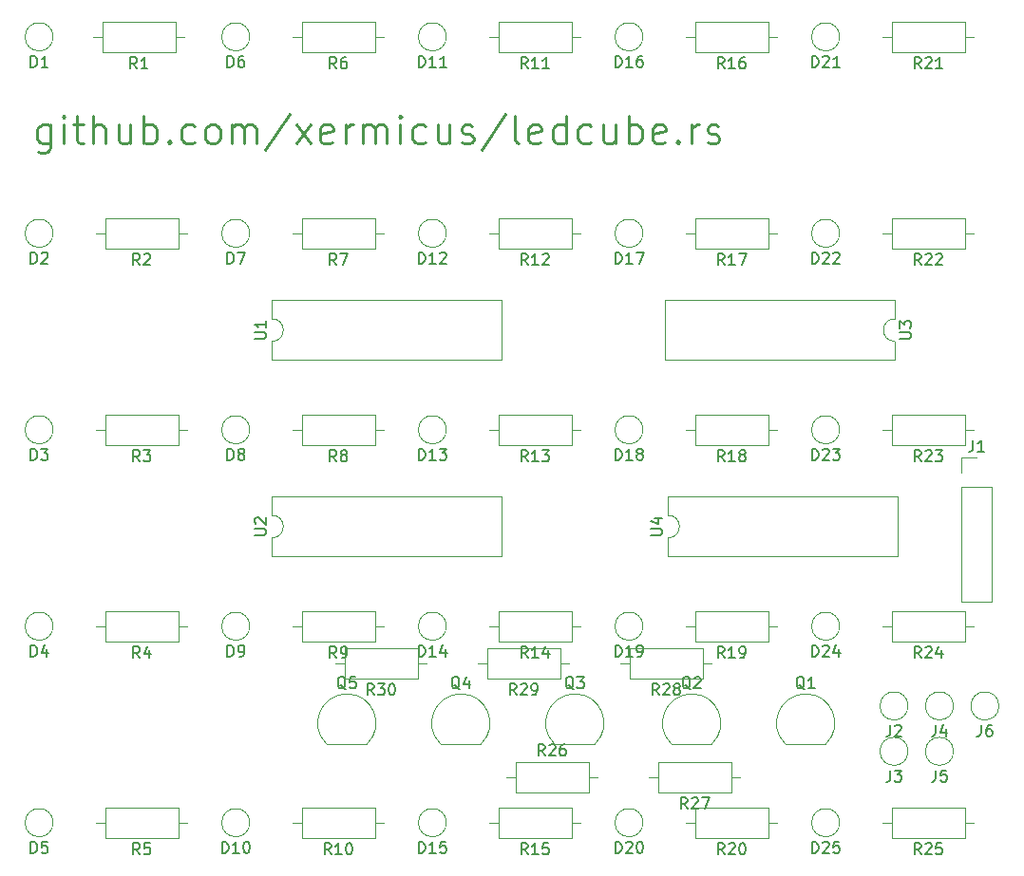
<source format=gbr>
%TF.GenerationSoftware,KiCad,Pcbnew,5.1.5+dfsg1-2build2*%
%TF.CreationDate,2021-08-10T12:38:12+02:00*%
%TF.ProjectId,ledcube_5,6c656463-7562-4655-9f35-2e6b69636164,rev?*%
%TF.SameCoordinates,Original*%
%TF.FileFunction,Legend,Top*%
%TF.FilePolarity,Positive*%
%FSLAX46Y46*%
G04 Gerber Fmt 4.6, Leading zero omitted, Abs format (unit mm)*
G04 Created by KiCad (PCBNEW 5.1.5+dfsg1-2build2) date 2021-08-10 12:38:12*
%MOMM*%
%LPD*%
G04 APERTURE LIST*
%ADD10C,0.250000*%
%ADD11C,0.120000*%
%ADD12C,0.150000*%
G04 APERTURE END LIST*
D10*
X166099809Y-51026285D02*
X166099809Y-53050095D01*
X165980761Y-53288190D01*
X165861714Y-53407238D01*
X165623619Y-53526285D01*
X165266476Y-53526285D01*
X165028380Y-53407238D01*
X166099809Y-52573904D02*
X165861714Y-52692952D01*
X165385523Y-52692952D01*
X165147428Y-52573904D01*
X165028380Y-52454857D01*
X164909333Y-52216761D01*
X164909333Y-51502476D01*
X165028380Y-51264380D01*
X165147428Y-51145333D01*
X165385523Y-51026285D01*
X165861714Y-51026285D01*
X166099809Y-51145333D01*
X167290285Y-52692952D02*
X167290285Y-51026285D01*
X167290285Y-50192952D02*
X167171238Y-50312000D01*
X167290285Y-50431047D01*
X167409333Y-50312000D01*
X167290285Y-50192952D01*
X167290285Y-50431047D01*
X168123619Y-51026285D02*
X169076000Y-51026285D01*
X168480761Y-50192952D02*
X168480761Y-52335809D01*
X168599809Y-52573904D01*
X168837904Y-52692952D01*
X169076000Y-52692952D01*
X169909333Y-52692952D02*
X169909333Y-50192952D01*
X170980761Y-52692952D02*
X170980761Y-51383428D01*
X170861714Y-51145333D01*
X170623619Y-51026285D01*
X170266476Y-51026285D01*
X170028380Y-51145333D01*
X169909333Y-51264380D01*
X173242666Y-51026285D02*
X173242666Y-52692952D01*
X172171238Y-51026285D02*
X172171238Y-52335809D01*
X172290285Y-52573904D01*
X172528380Y-52692952D01*
X172885523Y-52692952D01*
X173123619Y-52573904D01*
X173242666Y-52454857D01*
X174433142Y-52692952D02*
X174433142Y-50192952D01*
X174433142Y-51145333D02*
X174671238Y-51026285D01*
X175147428Y-51026285D01*
X175385523Y-51145333D01*
X175504571Y-51264380D01*
X175623619Y-51502476D01*
X175623619Y-52216761D01*
X175504571Y-52454857D01*
X175385523Y-52573904D01*
X175147428Y-52692952D01*
X174671238Y-52692952D01*
X174433142Y-52573904D01*
X176695047Y-52454857D02*
X176814095Y-52573904D01*
X176695047Y-52692952D01*
X176576000Y-52573904D01*
X176695047Y-52454857D01*
X176695047Y-52692952D01*
X178956952Y-52573904D02*
X178718857Y-52692952D01*
X178242666Y-52692952D01*
X178004571Y-52573904D01*
X177885523Y-52454857D01*
X177766476Y-52216761D01*
X177766476Y-51502476D01*
X177885523Y-51264380D01*
X178004571Y-51145333D01*
X178242666Y-51026285D01*
X178718857Y-51026285D01*
X178956952Y-51145333D01*
X180385523Y-52692952D02*
X180147428Y-52573904D01*
X180028380Y-52454857D01*
X179909333Y-52216761D01*
X179909333Y-51502476D01*
X180028380Y-51264380D01*
X180147428Y-51145333D01*
X180385523Y-51026285D01*
X180742666Y-51026285D01*
X180980761Y-51145333D01*
X181099809Y-51264380D01*
X181218857Y-51502476D01*
X181218857Y-52216761D01*
X181099809Y-52454857D01*
X180980761Y-52573904D01*
X180742666Y-52692952D01*
X180385523Y-52692952D01*
X182290285Y-52692952D02*
X182290285Y-51026285D01*
X182290285Y-51264380D02*
X182409333Y-51145333D01*
X182647428Y-51026285D01*
X183004571Y-51026285D01*
X183242666Y-51145333D01*
X183361714Y-51383428D01*
X183361714Y-52692952D01*
X183361714Y-51383428D02*
X183480761Y-51145333D01*
X183718857Y-51026285D01*
X184076000Y-51026285D01*
X184314095Y-51145333D01*
X184433142Y-51383428D01*
X184433142Y-52692952D01*
X187409333Y-50073904D02*
X185266476Y-53288190D01*
X188004571Y-52692952D02*
X189314095Y-51026285D01*
X188004571Y-51026285D02*
X189314095Y-52692952D01*
X191218857Y-52573904D02*
X190980761Y-52692952D01*
X190504571Y-52692952D01*
X190266476Y-52573904D01*
X190147428Y-52335809D01*
X190147428Y-51383428D01*
X190266476Y-51145333D01*
X190504571Y-51026285D01*
X190980761Y-51026285D01*
X191218857Y-51145333D01*
X191337904Y-51383428D01*
X191337904Y-51621523D01*
X190147428Y-51859619D01*
X192409333Y-52692952D02*
X192409333Y-51026285D01*
X192409333Y-51502476D02*
X192528380Y-51264380D01*
X192647428Y-51145333D01*
X192885523Y-51026285D01*
X193123619Y-51026285D01*
X193956952Y-52692952D02*
X193956952Y-51026285D01*
X193956952Y-51264380D02*
X194076000Y-51145333D01*
X194314095Y-51026285D01*
X194671238Y-51026285D01*
X194909333Y-51145333D01*
X195028380Y-51383428D01*
X195028380Y-52692952D01*
X195028380Y-51383428D02*
X195147428Y-51145333D01*
X195385523Y-51026285D01*
X195742666Y-51026285D01*
X195980761Y-51145333D01*
X196099809Y-51383428D01*
X196099809Y-52692952D01*
X197290285Y-52692952D02*
X197290285Y-51026285D01*
X197290285Y-50192952D02*
X197171238Y-50312000D01*
X197290285Y-50431047D01*
X197409333Y-50312000D01*
X197290285Y-50192952D01*
X197290285Y-50431047D01*
X199552190Y-52573904D02*
X199314095Y-52692952D01*
X198837904Y-52692952D01*
X198599809Y-52573904D01*
X198480761Y-52454857D01*
X198361714Y-52216761D01*
X198361714Y-51502476D01*
X198480761Y-51264380D01*
X198599809Y-51145333D01*
X198837904Y-51026285D01*
X199314095Y-51026285D01*
X199552190Y-51145333D01*
X201695047Y-51026285D02*
X201695047Y-52692952D01*
X200623619Y-51026285D02*
X200623619Y-52335809D01*
X200742666Y-52573904D01*
X200980761Y-52692952D01*
X201337904Y-52692952D01*
X201576000Y-52573904D01*
X201695047Y-52454857D01*
X202766476Y-52573904D02*
X203004571Y-52692952D01*
X203480761Y-52692952D01*
X203718857Y-52573904D01*
X203837904Y-52335809D01*
X203837904Y-52216761D01*
X203718857Y-51978666D01*
X203480761Y-51859619D01*
X203123619Y-51859619D01*
X202885523Y-51740571D01*
X202766476Y-51502476D01*
X202766476Y-51383428D01*
X202885523Y-51145333D01*
X203123619Y-51026285D01*
X203480761Y-51026285D01*
X203718857Y-51145333D01*
X206695047Y-50073904D02*
X204552190Y-53288190D01*
X207885523Y-52692952D02*
X207647428Y-52573904D01*
X207528380Y-52335809D01*
X207528380Y-50192952D01*
X209790285Y-52573904D02*
X209552190Y-52692952D01*
X209076000Y-52692952D01*
X208837904Y-52573904D01*
X208718857Y-52335809D01*
X208718857Y-51383428D01*
X208837904Y-51145333D01*
X209076000Y-51026285D01*
X209552190Y-51026285D01*
X209790285Y-51145333D01*
X209909333Y-51383428D01*
X209909333Y-51621523D01*
X208718857Y-51859619D01*
X212052190Y-52692952D02*
X212052190Y-50192952D01*
X212052190Y-52573904D02*
X211814095Y-52692952D01*
X211337904Y-52692952D01*
X211099809Y-52573904D01*
X210980761Y-52454857D01*
X210861714Y-52216761D01*
X210861714Y-51502476D01*
X210980761Y-51264380D01*
X211099809Y-51145333D01*
X211337904Y-51026285D01*
X211814095Y-51026285D01*
X212052190Y-51145333D01*
X214314095Y-52573904D02*
X214076000Y-52692952D01*
X213599809Y-52692952D01*
X213361714Y-52573904D01*
X213242666Y-52454857D01*
X213123619Y-52216761D01*
X213123619Y-51502476D01*
X213242666Y-51264380D01*
X213361714Y-51145333D01*
X213599809Y-51026285D01*
X214076000Y-51026285D01*
X214314095Y-51145333D01*
X216456952Y-51026285D02*
X216456952Y-52692952D01*
X215385523Y-51026285D02*
X215385523Y-52335809D01*
X215504571Y-52573904D01*
X215742666Y-52692952D01*
X216099809Y-52692952D01*
X216337904Y-52573904D01*
X216456952Y-52454857D01*
X217647428Y-52692952D02*
X217647428Y-50192952D01*
X217647428Y-51145333D02*
X217885523Y-51026285D01*
X218361714Y-51026285D01*
X218599809Y-51145333D01*
X218718857Y-51264380D01*
X218837904Y-51502476D01*
X218837904Y-52216761D01*
X218718857Y-52454857D01*
X218599809Y-52573904D01*
X218361714Y-52692952D01*
X217885523Y-52692952D01*
X217647428Y-52573904D01*
X220861714Y-52573904D02*
X220623619Y-52692952D01*
X220147428Y-52692952D01*
X219909333Y-52573904D01*
X219790285Y-52335809D01*
X219790285Y-51383428D01*
X219909333Y-51145333D01*
X220147428Y-51026285D01*
X220623619Y-51026285D01*
X220861714Y-51145333D01*
X220980761Y-51383428D01*
X220980761Y-51621523D01*
X219790285Y-51859619D01*
X222052190Y-52454857D02*
X222171238Y-52573904D01*
X222052190Y-52692952D01*
X221933142Y-52573904D01*
X222052190Y-52454857D01*
X222052190Y-52692952D01*
X223242666Y-52692952D02*
X223242666Y-51026285D01*
X223242666Y-51502476D02*
X223361714Y-51264380D01*
X223480761Y-51145333D01*
X223718857Y-51026285D01*
X223956952Y-51026285D01*
X224671238Y-52573904D02*
X224909333Y-52692952D01*
X225385523Y-52692952D01*
X225623619Y-52573904D01*
X225742666Y-52335809D01*
X225742666Y-52216761D01*
X225623619Y-51978666D01*
X225385523Y-51859619D01*
X225028380Y-51859619D01*
X224790285Y-51740571D01*
X224671238Y-51502476D01*
X224671238Y-51383428D01*
X224790285Y-51145333D01*
X225028380Y-51026285D01*
X225385523Y-51026285D01*
X225623619Y-51145333D01*
D11*
%TO.C,R30*%
X191540000Y-99060000D02*
X192310000Y-99060000D01*
X199620000Y-99060000D02*
X198850000Y-99060000D01*
X192310000Y-100430000D02*
X198850000Y-100430000D01*
X192310000Y-97690000D02*
X192310000Y-100430000D01*
X198850000Y-97690000D02*
X192310000Y-97690000D01*
X198850000Y-100430000D02*
X198850000Y-97690000D01*
%TO.C,R29*%
X204240000Y-99060000D02*
X205010000Y-99060000D01*
X212320000Y-99060000D02*
X211550000Y-99060000D01*
X205010000Y-100430000D02*
X211550000Y-100430000D01*
X205010000Y-97690000D02*
X205010000Y-100430000D01*
X211550000Y-97690000D02*
X205010000Y-97690000D01*
X211550000Y-100430000D02*
X211550000Y-97690000D01*
%TO.C,R28*%
X216940000Y-99060000D02*
X217710000Y-99060000D01*
X225020000Y-99060000D02*
X224250000Y-99060000D01*
X217710000Y-100430000D02*
X224250000Y-100430000D01*
X217710000Y-97690000D02*
X217710000Y-100430000D01*
X224250000Y-97690000D02*
X217710000Y-97690000D01*
X224250000Y-100430000D02*
X224250000Y-97690000D01*
%TO.C,R27*%
X219480000Y-109220000D02*
X220250000Y-109220000D01*
X227560000Y-109220000D02*
X226790000Y-109220000D01*
X220250000Y-110590000D02*
X226790000Y-110590000D01*
X220250000Y-107850000D02*
X220250000Y-110590000D01*
X226790000Y-107850000D02*
X220250000Y-107850000D01*
X226790000Y-110590000D02*
X226790000Y-107850000D01*
%TO.C,R26*%
X214860000Y-109220000D02*
X214090000Y-109220000D01*
X206780000Y-109220000D02*
X207550000Y-109220000D01*
X214090000Y-107850000D02*
X207550000Y-107850000D01*
X214090000Y-110590000D02*
X214090000Y-107850000D01*
X207550000Y-110590000D02*
X214090000Y-110590000D01*
X207550000Y-107850000D02*
X207550000Y-110590000D01*
%TO.C,J1*%
X247336000Y-80712000D02*
X248666000Y-80712000D01*
X247336000Y-82042000D02*
X247336000Y-80712000D01*
X247336000Y-83312000D02*
X249996000Y-83312000D01*
X249996000Y-83312000D02*
X249996000Y-93532000D01*
X247336000Y-83312000D02*
X247336000Y-93532000D01*
X247336000Y-93532000D02*
X249996000Y-93532000D01*
%TO.C,U1*%
X185868000Y-68342000D02*
G75*
G02X185868000Y-70342000I0J-1000000D01*
G01*
X185868000Y-70342000D02*
X185868000Y-71992000D01*
X185868000Y-71992000D02*
X206308000Y-71992000D01*
X206308000Y-71992000D02*
X206308000Y-66692000D01*
X206308000Y-66692000D02*
X185868000Y-66692000D01*
X185868000Y-66692000D02*
X185868000Y-68342000D01*
%TO.C,J6*%
X250651000Y-102870000D02*
G75*
G03X250651000Y-102870000I-1251000J0D01*
G01*
%TO.C,J5*%
X246601000Y-106920000D02*
G75*
G03X246601000Y-106920000I-1251000J0D01*
G01*
%TO.C,J4*%
X246601000Y-102870000D02*
G75*
G03X246601000Y-102870000I-1251000J0D01*
G01*
%TO.C,J3*%
X242551000Y-106920000D02*
G75*
G03X242551000Y-106920000I-1251000J0D01*
G01*
%TO.C,J2*%
X242551000Y-102870000D02*
G75*
G03X242551000Y-102870000I-1251000J0D01*
G01*
%TO.C,R25*%
X247618000Y-114654000D02*
X247618000Y-111914000D01*
X247618000Y-111914000D02*
X241078000Y-111914000D01*
X241078000Y-111914000D02*
X241078000Y-114654000D01*
X241078000Y-114654000D02*
X247618000Y-114654000D01*
X248388000Y-113284000D02*
X247618000Y-113284000D01*
X240308000Y-113284000D02*
X241078000Y-113284000D01*
%TO.C,R24*%
X247618000Y-97128000D02*
X247618000Y-94388000D01*
X247618000Y-94388000D02*
X241078000Y-94388000D01*
X241078000Y-94388000D02*
X241078000Y-97128000D01*
X241078000Y-97128000D02*
X247618000Y-97128000D01*
X248388000Y-95758000D02*
X247618000Y-95758000D01*
X240308000Y-95758000D02*
X241078000Y-95758000D01*
%TO.C,R23*%
X247618000Y-79602000D02*
X247618000Y-76862000D01*
X247618000Y-76862000D02*
X241078000Y-76862000D01*
X241078000Y-76862000D02*
X241078000Y-79602000D01*
X241078000Y-79602000D02*
X247618000Y-79602000D01*
X248388000Y-78232000D02*
X247618000Y-78232000D01*
X240308000Y-78232000D02*
X241078000Y-78232000D01*
%TO.C,R22*%
X247618000Y-62076000D02*
X247618000Y-59336000D01*
X247618000Y-59336000D02*
X241078000Y-59336000D01*
X241078000Y-59336000D02*
X241078000Y-62076000D01*
X241078000Y-62076000D02*
X247618000Y-62076000D01*
X248388000Y-60706000D02*
X247618000Y-60706000D01*
X240308000Y-60706000D02*
X241078000Y-60706000D01*
%TO.C,R21*%
X247618000Y-44550000D02*
X247618000Y-41810000D01*
X247618000Y-41810000D02*
X241078000Y-41810000D01*
X241078000Y-41810000D02*
X241078000Y-44550000D01*
X241078000Y-44550000D02*
X247618000Y-44550000D01*
X248388000Y-43180000D02*
X247618000Y-43180000D01*
X240308000Y-43180000D02*
X241078000Y-43180000D01*
%TO.C,R20*%
X230092000Y-114654000D02*
X230092000Y-111914000D01*
X230092000Y-111914000D02*
X223552000Y-111914000D01*
X223552000Y-111914000D02*
X223552000Y-114654000D01*
X223552000Y-114654000D02*
X230092000Y-114654000D01*
X230862000Y-113284000D02*
X230092000Y-113284000D01*
X222782000Y-113284000D02*
X223552000Y-113284000D01*
%TO.C,R19*%
X230092000Y-97128000D02*
X230092000Y-94388000D01*
X230092000Y-94388000D02*
X223552000Y-94388000D01*
X223552000Y-94388000D02*
X223552000Y-97128000D01*
X223552000Y-97128000D02*
X230092000Y-97128000D01*
X230862000Y-95758000D02*
X230092000Y-95758000D01*
X222782000Y-95758000D02*
X223552000Y-95758000D01*
%TO.C,R18*%
X230092000Y-79602000D02*
X230092000Y-76862000D01*
X230092000Y-76862000D02*
X223552000Y-76862000D01*
X223552000Y-76862000D02*
X223552000Y-79602000D01*
X223552000Y-79602000D02*
X230092000Y-79602000D01*
X230862000Y-78232000D02*
X230092000Y-78232000D01*
X222782000Y-78232000D02*
X223552000Y-78232000D01*
%TO.C,R17*%
X230092000Y-62076000D02*
X230092000Y-59336000D01*
X230092000Y-59336000D02*
X223552000Y-59336000D01*
X223552000Y-59336000D02*
X223552000Y-62076000D01*
X223552000Y-62076000D02*
X230092000Y-62076000D01*
X230862000Y-60706000D02*
X230092000Y-60706000D01*
X222782000Y-60706000D02*
X223552000Y-60706000D01*
%TO.C,R16*%
X230092000Y-44550000D02*
X230092000Y-41810000D01*
X230092000Y-41810000D02*
X223552000Y-41810000D01*
X223552000Y-41810000D02*
X223552000Y-44550000D01*
X223552000Y-44550000D02*
X230092000Y-44550000D01*
X230862000Y-43180000D02*
X230092000Y-43180000D01*
X222782000Y-43180000D02*
X223552000Y-43180000D01*
%TO.C,R15*%
X212566000Y-114654000D02*
X212566000Y-111914000D01*
X212566000Y-111914000D02*
X206026000Y-111914000D01*
X206026000Y-111914000D02*
X206026000Y-114654000D01*
X206026000Y-114654000D02*
X212566000Y-114654000D01*
X213336000Y-113284000D02*
X212566000Y-113284000D01*
X205256000Y-113284000D02*
X206026000Y-113284000D01*
%TO.C,R14*%
X212566000Y-97128000D02*
X212566000Y-94388000D01*
X212566000Y-94388000D02*
X206026000Y-94388000D01*
X206026000Y-94388000D02*
X206026000Y-97128000D01*
X206026000Y-97128000D02*
X212566000Y-97128000D01*
X213336000Y-95758000D02*
X212566000Y-95758000D01*
X205256000Y-95758000D02*
X206026000Y-95758000D01*
%TO.C,R13*%
X212566000Y-79602000D02*
X212566000Y-76862000D01*
X212566000Y-76862000D02*
X206026000Y-76862000D01*
X206026000Y-76862000D02*
X206026000Y-79602000D01*
X206026000Y-79602000D02*
X212566000Y-79602000D01*
X213336000Y-78232000D02*
X212566000Y-78232000D01*
X205256000Y-78232000D02*
X206026000Y-78232000D01*
%TO.C,R12*%
X212566000Y-62076000D02*
X212566000Y-59336000D01*
X212566000Y-59336000D02*
X206026000Y-59336000D01*
X206026000Y-59336000D02*
X206026000Y-62076000D01*
X206026000Y-62076000D02*
X212566000Y-62076000D01*
X213336000Y-60706000D02*
X212566000Y-60706000D01*
X205256000Y-60706000D02*
X206026000Y-60706000D01*
%TO.C,R11*%
X212566000Y-44550000D02*
X212566000Y-41810000D01*
X212566000Y-41810000D02*
X206026000Y-41810000D01*
X206026000Y-41810000D02*
X206026000Y-44550000D01*
X206026000Y-44550000D02*
X212566000Y-44550000D01*
X213336000Y-43180000D02*
X212566000Y-43180000D01*
X205256000Y-43180000D02*
X206026000Y-43180000D01*
%TO.C,R10*%
X187730000Y-113284000D02*
X188500000Y-113284000D01*
X195810000Y-113284000D02*
X195040000Y-113284000D01*
X188500000Y-114654000D02*
X195040000Y-114654000D01*
X188500000Y-111914000D02*
X188500000Y-114654000D01*
X195040000Y-111914000D02*
X188500000Y-111914000D01*
X195040000Y-114654000D02*
X195040000Y-111914000D01*
%TO.C,R9*%
X195040000Y-97128000D02*
X195040000Y-94388000D01*
X195040000Y-94388000D02*
X188500000Y-94388000D01*
X188500000Y-94388000D02*
X188500000Y-97128000D01*
X188500000Y-97128000D02*
X195040000Y-97128000D01*
X195810000Y-95758000D02*
X195040000Y-95758000D01*
X187730000Y-95758000D02*
X188500000Y-95758000D01*
%TO.C,R8*%
X195040000Y-79602000D02*
X195040000Y-76862000D01*
X195040000Y-76862000D02*
X188500000Y-76862000D01*
X188500000Y-76862000D02*
X188500000Y-79602000D01*
X188500000Y-79602000D02*
X195040000Y-79602000D01*
X195810000Y-78232000D02*
X195040000Y-78232000D01*
X187730000Y-78232000D02*
X188500000Y-78232000D01*
%TO.C,R7*%
X195040000Y-62076000D02*
X195040000Y-59336000D01*
X195040000Y-59336000D02*
X188500000Y-59336000D01*
X188500000Y-59336000D02*
X188500000Y-62076000D01*
X188500000Y-62076000D02*
X195040000Y-62076000D01*
X195810000Y-60706000D02*
X195040000Y-60706000D01*
X187730000Y-60706000D02*
X188500000Y-60706000D01*
%TO.C,R6*%
X195040000Y-44550000D02*
X195040000Y-41810000D01*
X195040000Y-41810000D02*
X188500000Y-41810000D01*
X188500000Y-41810000D02*
X188500000Y-44550000D01*
X188500000Y-44550000D02*
X195040000Y-44550000D01*
X195810000Y-43180000D02*
X195040000Y-43180000D01*
X187730000Y-43180000D02*
X188500000Y-43180000D01*
%TO.C,R5*%
X177514000Y-114654000D02*
X177514000Y-111914000D01*
X177514000Y-111914000D02*
X170974000Y-111914000D01*
X170974000Y-111914000D02*
X170974000Y-114654000D01*
X170974000Y-114654000D02*
X177514000Y-114654000D01*
X178284000Y-113284000D02*
X177514000Y-113284000D01*
X170204000Y-113284000D02*
X170974000Y-113284000D01*
%TO.C,R4*%
X177514000Y-97128000D02*
X177514000Y-94388000D01*
X177514000Y-94388000D02*
X170974000Y-94388000D01*
X170974000Y-94388000D02*
X170974000Y-97128000D01*
X170974000Y-97128000D02*
X177514000Y-97128000D01*
X178284000Y-95758000D02*
X177514000Y-95758000D01*
X170204000Y-95758000D02*
X170974000Y-95758000D01*
%TO.C,R3*%
X177514000Y-79602000D02*
X177514000Y-76862000D01*
X177514000Y-76862000D02*
X170974000Y-76862000D01*
X170974000Y-76862000D02*
X170974000Y-79602000D01*
X170974000Y-79602000D02*
X177514000Y-79602000D01*
X178284000Y-78232000D02*
X177514000Y-78232000D01*
X170204000Y-78232000D02*
X170974000Y-78232000D01*
%TO.C,R2*%
X177514000Y-62076000D02*
X177514000Y-59336000D01*
X177514000Y-59336000D02*
X170974000Y-59336000D01*
X170974000Y-59336000D02*
X170974000Y-62076000D01*
X170974000Y-62076000D02*
X177514000Y-62076000D01*
X178284000Y-60706000D02*
X177514000Y-60706000D01*
X170204000Y-60706000D02*
X170974000Y-60706000D01*
%TO.C,R1*%
X177260000Y-44550000D02*
X177260000Y-41810000D01*
X177260000Y-41810000D02*
X170720000Y-41810000D01*
X170720000Y-41810000D02*
X170720000Y-44550000D01*
X170720000Y-44550000D02*
X177260000Y-44550000D01*
X178030000Y-43180000D02*
X177260000Y-43180000D01*
X169950000Y-43180000D02*
X170720000Y-43180000D01*
%TO.C,U4*%
X221174000Y-85868000D02*
G75*
G02X221174000Y-87868000I0J-1000000D01*
G01*
X221174000Y-87868000D02*
X221174000Y-89518000D01*
X221174000Y-89518000D02*
X241614000Y-89518000D01*
X241614000Y-89518000D02*
X241614000Y-84218000D01*
X241614000Y-84218000D02*
X221174000Y-84218000D01*
X221174000Y-84218000D02*
X221174000Y-85868000D01*
%TO.C,U3*%
X241360000Y-70342000D02*
G75*
G02X241360000Y-68342000I0J1000000D01*
G01*
X241360000Y-68342000D02*
X241360000Y-66692000D01*
X241360000Y-66692000D02*
X220920000Y-66692000D01*
X220920000Y-66692000D02*
X220920000Y-71992000D01*
X220920000Y-71992000D02*
X241360000Y-71992000D01*
X241360000Y-71992000D02*
X241360000Y-70342000D01*
%TO.C,U2*%
X185868000Y-85868000D02*
G75*
G02X185868000Y-87868000I0J-1000000D01*
G01*
X185868000Y-87868000D02*
X185868000Y-89518000D01*
X185868000Y-89518000D02*
X206308000Y-89518000D01*
X206308000Y-89518000D02*
X206308000Y-84218000D01*
X206308000Y-84218000D02*
X185868000Y-84218000D01*
X185868000Y-84218000D02*
X185868000Y-85868000D01*
%TO.C,Q5*%
X194370478Y-106232478D02*
G75*
G03X192532000Y-101794000I-1838478J1838478D01*
G01*
X190693522Y-106232478D02*
G75*
G02X192532000Y-101794000I1838478J1838478D01*
G01*
X190732000Y-106244000D02*
X194332000Y-106244000D01*
%TO.C,Q4*%
X204530478Y-106232478D02*
G75*
G03X202692000Y-101794000I-1838478J1838478D01*
G01*
X200853522Y-106232478D02*
G75*
G02X202692000Y-101794000I1838478J1838478D01*
G01*
X200892000Y-106244000D02*
X204492000Y-106244000D01*
%TO.C,Q3*%
X214690478Y-106232478D02*
G75*
G03X212852000Y-101794000I-1838478J1838478D01*
G01*
X211013522Y-106232478D02*
G75*
G02X212852000Y-101794000I1838478J1838478D01*
G01*
X211052000Y-106244000D02*
X214652000Y-106244000D01*
%TO.C,Q2*%
X225104478Y-106232478D02*
G75*
G03X223266000Y-101794000I-1838478J1838478D01*
G01*
X221427522Y-106232478D02*
G75*
G02X223266000Y-101794000I1838478J1838478D01*
G01*
X221466000Y-106244000D02*
X225066000Y-106244000D01*
%TO.C,Q1*%
X235264478Y-106232478D02*
G75*
G03X233426000Y-101794000I-1838478J1838478D01*
G01*
X231587522Y-106232478D02*
G75*
G02X233426000Y-101794000I1838478J1838478D01*
G01*
X231626000Y-106244000D02*
X235226000Y-106244000D01*
%TO.C,D25*%
X236455000Y-113284000D02*
G75*
G03X236455000Y-113284000I-1251000J0D01*
G01*
%TO.C,D24*%
X236455000Y-95758000D02*
G75*
G03X236455000Y-95758000I-1251000J0D01*
G01*
%TO.C,D23*%
X236455000Y-78232000D02*
G75*
G03X236455000Y-78232000I-1251000J0D01*
G01*
%TO.C,D22*%
X236455000Y-60706000D02*
G75*
G03X236455000Y-60706000I-1251000J0D01*
G01*
%TO.C,D21*%
X236455000Y-43180000D02*
G75*
G03X236455000Y-43180000I-1251000J0D01*
G01*
%TO.C,D20*%
X218929000Y-113284000D02*
G75*
G03X218929000Y-113284000I-1251000J0D01*
G01*
%TO.C,D19*%
X218929000Y-95758000D02*
G75*
G03X218929000Y-95758000I-1251000J0D01*
G01*
%TO.C,D18*%
X218929000Y-78232000D02*
G75*
G03X218929000Y-78232000I-1251000J0D01*
G01*
%TO.C,D17*%
X218929000Y-60706000D02*
G75*
G03X218929000Y-60706000I-1251000J0D01*
G01*
%TO.C,D16*%
X218929000Y-43180000D02*
G75*
G03X218929000Y-43180000I-1251000J0D01*
G01*
%TO.C,D15*%
X201403000Y-113284000D02*
G75*
G03X201403000Y-113284000I-1251000J0D01*
G01*
%TO.C,D14*%
X201403000Y-95758000D02*
G75*
G03X201403000Y-95758000I-1251000J0D01*
G01*
%TO.C,D13*%
X201403000Y-78232000D02*
G75*
G03X201403000Y-78232000I-1251000J0D01*
G01*
%TO.C,D12*%
X201403000Y-60706000D02*
G75*
G03X201403000Y-60706000I-1251000J0D01*
G01*
%TO.C,D11*%
X201403000Y-43180000D02*
G75*
G03X201403000Y-43180000I-1251000J0D01*
G01*
%TO.C,D10*%
X183877000Y-113284000D02*
G75*
G03X183877000Y-113284000I-1251000J0D01*
G01*
%TO.C,D9*%
X183877000Y-95758000D02*
G75*
G03X183877000Y-95758000I-1251000J0D01*
G01*
%TO.C,D8*%
X183877000Y-78232000D02*
G75*
G03X183877000Y-78232000I-1251000J0D01*
G01*
%TO.C,D7*%
X183877000Y-60706000D02*
G75*
G03X183877000Y-60706000I-1251000J0D01*
G01*
%TO.C,D6*%
X183877000Y-43180000D02*
G75*
G03X183877000Y-43180000I-1251000J0D01*
G01*
%TO.C,D5*%
X166351000Y-113284000D02*
G75*
G03X166351000Y-113284000I-1251000J0D01*
G01*
%TO.C,D4*%
X166351000Y-95758000D02*
G75*
G03X166351000Y-95758000I-1251000J0D01*
G01*
%TO.C,D3*%
X166351000Y-78232000D02*
G75*
G03X166351000Y-78232000I-1251000J0D01*
G01*
%TO.C,D2*%
X166351000Y-60706000D02*
G75*
G03X166351000Y-60706000I-1251000J0D01*
G01*
%TO.C,D1*%
X166351000Y-43180000D02*
G75*
G03X166351000Y-43180000I-1251000J0D01*
G01*
%TO.C,R30*%
D12*
X194937142Y-101882380D02*
X194603809Y-101406190D01*
X194365714Y-101882380D02*
X194365714Y-100882380D01*
X194746666Y-100882380D01*
X194841904Y-100930000D01*
X194889523Y-100977619D01*
X194937142Y-101072857D01*
X194937142Y-101215714D01*
X194889523Y-101310952D01*
X194841904Y-101358571D01*
X194746666Y-101406190D01*
X194365714Y-101406190D01*
X195270476Y-100882380D02*
X195889523Y-100882380D01*
X195556190Y-101263333D01*
X195699047Y-101263333D01*
X195794285Y-101310952D01*
X195841904Y-101358571D01*
X195889523Y-101453809D01*
X195889523Y-101691904D01*
X195841904Y-101787142D01*
X195794285Y-101834761D01*
X195699047Y-101882380D01*
X195413333Y-101882380D01*
X195318095Y-101834761D01*
X195270476Y-101787142D01*
X196508571Y-100882380D02*
X196603809Y-100882380D01*
X196699047Y-100930000D01*
X196746666Y-100977619D01*
X196794285Y-101072857D01*
X196841904Y-101263333D01*
X196841904Y-101501428D01*
X196794285Y-101691904D01*
X196746666Y-101787142D01*
X196699047Y-101834761D01*
X196603809Y-101882380D01*
X196508571Y-101882380D01*
X196413333Y-101834761D01*
X196365714Y-101787142D01*
X196318095Y-101691904D01*
X196270476Y-101501428D01*
X196270476Y-101263333D01*
X196318095Y-101072857D01*
X196365714Y-100977619D01*
X196413333Y-100930000D01*
X196508571Y-100882380D01*
%TO.C,R29*%
X207637142Y-101882380D02*
X207303809Y-101406190D01*
X207065714Y-101882380D02*
X207065714Y-100882380D01*
X207446666Y-100882380D01*
X207541904Y-100930000D01*
X207589523Y-100977619D01*
X207637142Y-101072857D01*
X207637142Y-101215714D01*
X207589523Y-101310952D01*
X207541904Y-101358571D01*
X207446666Y-101406190D01*
X207065714Y-101406190D01*
X208018095Y-100977619D02*
X208065714Y-100930000D01*
X208160952Y-100882380D01*
X208399047Y-100882380D01*
X208494285Y-100930000D01*
X208541904Y-100977619D01*
X208589523Y-101072857D01*
X208589523Y-101168095D01*
X208541904Y-101310952D01*
X207970476Y-101882380D01*
X208589523Y-101882380D01*
X209065714Y-101882380D02*
X209256190Y-101882380D01*
X209351428Y-101834761D01*
X209399047Y-101787142D01*
X209494285Y-101644285D01*
X209541904Y-101453809D01*
X209541904Y-101072857D01*
X209494285Y-100977619D01*
X209446666Y-100930000D01*
X209351428Y-100882380D01*
X209160952Y-100882380D01*
X209065714Y-100930000D01*
X209018095Y-100977619D01*
X208970476Y-101072857D01*
X208970476Y-101310952D01*
X209018095Y-101406190D01*
X209065714Y-101453809D01*
X209160952Y-101501428D01*
X209351428Y-101501428D01*
X209446666Y-101453809D01*
X209494285Y-101406190D01*
X209541904Y-101310952D01*
%TO.C,R28*%
X220337142Y-101882380D02*
X220003809Y-101406190D01*
X219765714Y-101882380D02*
X219765714Y-100882380D01*
X220146666Y-100882380D01*
X220241904Y-100930000D01*
X220289523Y-100977619D01*
X220337142Y-101072857D01*
X220337142Y-101215714D01*
X220289523Y-101310952D01*
X220241904Y-101358571D01*
X220146666Y-101406190D01*
X219765714Y-101406190D01*
X220718095Y-100977619D02*
X220765714Y-100930000D01*
X220860952Y-100882380D01*
X221099047Y-100882380D01*
X221194285Y-100930000D01*
X221241904Y-100977619D01*
X221289523Y-101072857D01*
X221289523Y-101168095D01*
X221241904Y-101310952D01*
X220670476Y-101882380D01*
X221289523Y-101882380D01*
X221860952Y-101310952D02*
X221765714Y-101263333D01*
X221718095Y-101215714D01*
X221670476Y-101120476D01*
X221670476Y-101072857D01*
X221718095Y-100977619D01*
X221765714Y-100930000D01*
X221860952Y-100882380D01*
X222051428Y-100882380D01*
X222146666Y-100930000D01*
X222194285Y-100977619D01*
X222241904Y-101072857D01*
X222241904Y-101120476D01*
X222194285Y-101215714D01*
X222146666Y-101263333D01*
X222051428Y-101310952D01*
X221860952Y-101310952D01*
X221765714Y-101358571D01*
X221718095Y-101406190D01*
X221670476Y-101501428D01*
X221670476Y-101691904D01*
X221718095Y-101787142D01*
X221765714Y-101834761D01*
X221860952Y-101882380D01*
X222051428Y-101882380D01*
X222146666Y-101834761D01*
X222194285Y-101787142D01*
X222241904Y-101691904D01*
X222241904Y-101501428D01*
X222194285Y-101406190D01*
X222146666Y-101358571D01*
X222051428Y-101310952D01*
%TO.C,R27*%
X222877142Y-112042380D02*
X222543809Y-111566190D01*
X222305714Y-112042380D02*
X222305714Y-111042380D01*
X222686666Y-111042380D01*
X222781904Y-111090000D01*
X222829523Y-111137619D01*
X222877142Y-111232857D01*
X222877142Y-111375714D01*
X222829523Y-111470952D01*
X222781904Y-111518571D01*
X222686666Y-111566190D01*
X222305714Y-111566190D01*
X223258095Y-111137619D02*
X223305714Y-111090000D01*
X223400952Y-111042380D01*
X223639047Y-111042380D01*
X223734285Y-111090000D01*
X223781904Y-111137619D01*
X223829523Y-111232857D01*
X223829523Y-111328095D01*
X223781904Y-111470952D01*
X223210476Y-112042380D01*
X223829523Y-112042380D01*
X224162857Y-111042380D02*
X224829523Y-111042380D01*
X224400952Y-112042380D01*
%TO.C,R26*%
X210177142Y-107302380D02*
X209843809Y-106826190D01*
X209605714Y-107302380D02*
X209605714Y-106302380D01*
X209986666Y-106302380D01*
X210081904Y-106350000D01*
X210129523Y-106397619D01*
X210177142Y-106492857D01*
X210177142Y-106635714D01*
X210129523Y-106730952D01*
X210081904Y-106778571D01*
X209986666Y-106826190D01*
X209605714Y-106826190D01*
X210558095Y-106397619D02*
X210605714Y-106350000D01*
X210700952Y-106302380D01*
X210939047Y-106302380D01*
X211034285Y-106350000D01*
X211081904Y-106397619D01*
X211129523Y-106492857D01*
X211129523Y-106588095D01*
X211081904Y-106730952D01*
X210510476Y-107302380D01*
X211129523Y-107302380D01*
X211986666Y-106302380D02*
X211796190Y-106302380D01*
X211700952Y-106350000D01*
X211653333Y-106397619D01*
X211558095Y-106540476D01*
X211510476Y-106730952D01*
X211510476Y-107111904D01*
X211558095Y-107207142D01*
X211605714Y-107254761D01*
X211700952Y-107302380D01*
X211891428Y-107302380D01*
X211986666Y-107254761D01*
X212034285Y-107207142D01*
X212081904Y-107111904D01*
X212081904Y-106873809D01*
X212034285Y-106778571D01*
X211986666Y-106730952D01*
X211891428Y-106683333D01*
X211700952Y-106683333D01*
X211605714Y-106730952D01*
X211558095Y-106778571D01*
X211510476Y-106873809D01*
%TO.C,J1*%
X248332666Y-79164380D02*
X248332666Y-79878666D01*
X248285047Y-80021523D01*
X248189809Y-80116761D01*
X248046952Y-80164380D01*
X247951714Y-80164380D01*
X249332666Y-80164380D02*
X248761238Y-80164380D01*
X249046952Y-80164380D02*
X249046952Y-79164380D01*
X248951714Y-79307238D01*
X248856476Y-79402476D01*
X248761238Y-79450095D01*
%TO.C,U1*%
X184320380Y-70103904D02*
X185129904Y-70103904D01*
X185225142Y-70056285D01*
X185272761Y-70008666D01*
X185320380Y-69913428D01*
X185320380Y-69722952D01*
X185272761Y-69627714D01*
X185225142Y-69580095D01*
X185129904Y-69532476D01*
X184320380Y-69532476D01*
X185320380Y-68532476D02*
X185320380Y-69103904D01*
X185320380Y-68818190D02*
X184320380Y-68818190D01*
X184463238Y-68913428D01*
X184558476Y-69008666D01*
X184606095Y-69103904D01*
%TO.C,J6*%
X249066666Y-104572380D02*
X249066666Y-105286666D01*
X249019047Y-105429523D01*
X248923809Y-105524761D01*
X248780952Y-105572380D01*
X248685714Y-105572380D01*
X249971428Y-104572380D02*
X249780952Y-104572380D01*
X249685714Y-104620000D01*
X249638095Y-104667619D01*
X249542857Y-104810476D01*
X249495238Y-105000952D01*
X249495238Y-105381904D01*
X249542857Y-105477142D01*
X249590476Y-105524761D01*
X249685714Y-105572380D01*
X249876190Y-105572380D01*
X249971428Y-105524761D01*
X250019047Y-105477142D01*
X250066666Y-105381904D01*
X250066666Y-105143809D01*
X250019047Y-105048571D01*
X249971428Y-105000952D01*
X249876190Y-104953333D01*
X249685714Y-104953333D01*
X249590476Y-105000952D01*
X249542857Y-105048571D01*
X249495238Y-105143809D01*
%TO.C,J5*%
X245016666Y-108622380D02*
X245016666Y-109336666D01*
X244969047Y-109479523D01*
X244873809Y-109574761D01*
X244730952Y-109622380D01*
X244635714Y-109622380D01*
X245969047Y-108622380D02*
X245492857Y-108622380D01*
X245445238Y-109098571D01*
X245492857Y-109050952D01*
X245588095Y-109003333D01*
X245826190Y-109003333D01*
X245921428Y-109050952D01*
X245969047Y-109098571D01*
X246016666Y-109193809D01*
X246016666Y-109431904D01*
X245969047Y-109527142D01*
X245921428Y-109574761D01*
X245826190Y-109622380D01*
X245588095Y-109622380D01*
X245492857Y-109574761D01*
X245445238Y-109527142D01*
%TO.C,J4*%
X245016666Y-104572380D02*
X245016666Y-105286666D01*
X244969047Y-105429523D01*
X244873809Y-105524761D01*
X244730952Y-105572380D01*
X244635714Y-105572380D01*
X245921428Y-104905714D02*
X245921428Y-105572380D01*
X245683333Y-104524761D02*
X245445238Y-105239047D01*
X246064285Y-105239047D01*
%TO.C,J3*%
X240966666Y-108622380D02*
X240966666Y-109336666D01*
X240919047Y-109479523D01*
X240823809Y-109574761D01*
X240680952Y-109622380D01*
X240585714Y-109622380D01*
X241347619Y-108622380D02*
X241966666Y-108622380D01*
X241633333Y-109003333D01*
X241776190Y-109003333D01*
X241871428Y-109050952D01*
X241919047Y-109098571D01*
X241966666Y-109193809D01*
X241966666Y-109431904D01*
X241919047Y-109527142D01*
X241871428Y-109574761D01*
X241776190Y-109622380D01*
X241490476Y-109622380D01*
X241395238Y-109574761D01*
X241347619Y-109527142D01*
%TO.C,J2*%
X240966666Y-104572380D02*
X240966666Y-105286666D01*
X240919047Y-105429523D01*
X240823809Y-105524761D01*
X240680952Y-105572380D01*
X240585714Y-105572380D01*
X241395238Y-104667619D02*
X241442857Y-104620000D01*
X241538095Y-104572380D01*
X241776190Y-104572380D01*
X241871428Y-104620000D01*
X241919047Y-104667619D01*
X241966666Y-104762857D01*
X241966666Y-104858095D01*
X241919047Y-105000952D01*
X241347619Y-105572380D01*
X241966666Y-105572380D01*
%TO.C,R25*%
X243705142Y-116106380D02*
X243371809Y-115630190D01*
X243133714Y-116106380D02*
X243133714Y-115106380D01*
X243514666Y-115106380D01*
X243609904Y-115154000D01*
X243657523Y-115201619D01*
X243705142Y-115296857D01*
X243705142Y-115439714D01*
X243657523Y-115534952D01*
X243609904Y-115582571D01*
X243514666Y-115630190D01*
X243133714Y-115630190D01*
X244086095Y-115201619D02*
X244133714Y-115154000D01*
X244228952Y-115106380D01*
X244467047Y-115106380D01*
X244562285Y-115154000D01*
X244609904Y-115201619D01*
X244657523Y-115296857D01*
X244657523Y-115392095D01*
X244609904Y-115534952D01*
X244038476Y-116106380D01*
X244657523Y-116106380D01*
X245562285Y-115106380D02*
X245086095Y-115106380D01*
X245038476Y-115582571D01*
X245086095Y-115534952D01*
X245181333Y-115487333D01*
X245419428Y-115487333D01*
X245514666Y-115534952D01*
X245562285Y-115582571D01*
X245609904Y-115677809D01*
X245609904Y-115915904D01*
X245562285Y-116011142D01*
X245514666Y-116058761D01*
X245419428Y-116106380D01*
X245181333Y-116106380D01*
X245086095Y-116058761D01*
X245038476Y-116011142D01*
%TO.C,R24*%
X243705142Y-98580380D02*
X243371809Y-98104190D01*
X243133714Y-98580380D02*
X243133714Y-97580380D01*
X243514666Y-97580380D01*
X243609904Y-97628000D01*
X243657523Y-97675619D01*
X243705142Y-97770857D01*
X243705142Y-97913714D01*
X243657523Y-98008952D01*
X243609904Y-98056571D01*
X243514666Y-98104190D01*
X243133714Y-98104190D01*
X244086095Y-97675619D02*
X244133714Y-97628000D01*
X244228952Y-97580380D01*
X244467047Y-97580380D01*
X244562285Y-97628000D01*
X244609904Y-97675619D01*
X244657523Y-97770857D01*
X244657523Y-97866095D01*
X244609904Y-98008952D01*
X244038476Y-98580380D01*
X244657523Y-98580380D01*
X245514666Y-97913714D02*
X245514666Y-98580380D01*
X245276571Y-97532761D02*
X245038476Y-98247047D01*
X245657523Y-98247047D01*
%TO.C,R23*%
X243705142Y-81054380D02*
X243371809Y-80578190D01*
X243133714Y-81054380D02*
X243133714Y-80054380D01*
X243514666Y-80054380D01*
X243609904Y-80102000D01*
X243657523Y-80149619D01*
X243705142Y-80244857D01*
X243705142Y-80387714D01*
X243657523Y-80482952D01*
X243609904Y-80530571D01*
X243514666Y-80578190D01*
X243133714Y-80578190D01*
X244086095Y-80149619D02*
X244133714Y-80102000D01*
X244228952Y-80054380D01*
X244467047Y-80054380D01*
X244562285Y-80102000D01*
X244609904Y-80149619D01*
X244657523Y-80244857D01*
X244657523Y-80340095D01*
X244609904Y-80482952D01*
X244038476Y-81054380D01*
X244657523Y-81054380D01*
X244990857Y-80054380D02*
X245609904Y-80054380D01*
X245276571Y-80435333D01*
X245419428Y-80435333D01*
X245514666Y-80482952D01*
X245562285Y-80530571D01*
X245609904Y-80625809D01*
X245609904Y-80863904D01*
X245562285Y-80959142D01*
X245514666Y-81006761D01*
X245419428Y-81054380D01*
X245133714Y-81054380D01*
X245038476Y-81006761D01*
X244990857Y-80959142D01*
%TO.C,R22*%
X243705142Y-63528380D02*
X243371809Y-63052190D01*
X243133714Y-63528380D02*
X243133714Y-62528380D01*
X243514666Y-62528380D01*
X243609904Y-62576000D01*
X243657523Y-62623619D01*
X243705142Y-62718857D01*
X243705142Y-62861714D01*
X243657523Y-62956952D01*
X243609904Y-63004571D01*
X243514666Y-63052190D01*
X243133714Y-63052190D01*
X244086095Y-62623619D02*
X244133714Y-62576000D01*
X244228952Y-62528380D01*
X244467047Y-62528380D01*
X244562285Y-62576000D01*
X244609904Y-62623619D01*
X244657523Y-62718857D01*
X244657523Y-62814095D01*
X244609904Y-62956952D01*
X244038476Y-63528380D01*
X244657523Y-63528380D01*
X245038476Y-62623619D02*
X245086095Y-62576000D01*
X245181333Y-62528380D01*
X245419428Y-62528380D01*
X245514666Y-62576000D01*
X245562285Y-62623619D01*
X245609904Y-62718857D01*
X245609904Y-62814095D01*
X245562285Y-62956952D01*
X244990857Y-63528380D01*
X245609904Y-63528380D01*
%TO.C,R21*%
X243705142Y-46002380D02*
X243371809Y-45526190D01*
X243133714Y-46002380D02*
X243133714Y-45002380D01*
X243514666Y-45002380D01*
X243609904Y-45050000D01*
X243657523Y-45097619D01*
X243705142Y-45192857D01*
X243705142Y-45335714D01*
X243657523Y-45430952D01*
X243609904Y-45478571D01*
X243514666Y-45526190D01*
X243133714Y-45526190D01*
X244086095Y-45097619D02*
X244133714Y-45050000D01*
X244228952Y-45002380D01*
X244467047Y-45002380D01*
X244562285Y-45050000D01*
X244609904Y-45097619D01*
X244657523Y-45192857D01*
X244657523Y-45288095D01*
X244609904Y-45430952D01*
X244038476Y-46002380D01*
X244657523Y-46002380D01*
X245609904Y-46002380D02*
X245038476Y-46002380D01*
X245324190Y-46002380D02*
X245324190Y-45002380D01*
X245228952Y-45145238D01*
X245133714Y-45240476D01*
X245038476Y-45288095D01*
%TO.C,R20*%
X226179142Y-116106380D02*
X225845809Y-115630190D01*
X225607714Y-116106380D02*
X225607714Y-115106380D01*
X225988666Y-115106380D01*
X226083904Y-115154000D01*
X226131523Y-115201619D01*
X226179142Y-115296857D01*
X226179142Y-115439714D01*
X226131523Y-115534952D01*
X226083904Y-115582571D01*
X225988666Y-115630190D01*
X225607714Y-115630190D01*
X226560095Y-115201619D02*
X226607714Y-115154000D01*
X226702952Y-115106380D01*
X226941047Y-115106380D01*
X227036285Y-115154000D01*
X227083904Y-115201619D01*
X227131523Y-115296857D01*
X227131523Y-115392095D01*
X227083904Y-115534952D01*
X226512476Y-116106380D01*
X227131523Y-116106380D01*
X227750571Y-115106380D02*
X227845809Y-115106380D01*
X227941047Y-115154000D01*
X227988666Y-115201619D01*
X228036285Y-115296857D01*
X228083904Y-115487333D01*
X228083904Y-115725428D01*
X228036285Y-115915904D01*
X227988666Y-116011142D01*
X227941047Y-116058761D01*
X227845809Y-116106380D01*
X227750571Y-116106380D01*
X227655333Y-116058761D01*
X227607714Y-116011142D01*
X227560095Y-115915904D01*
X227512476Y-115725428D01*
X227512476Y-115487333D01*
X227560095Y-115296857D01*
X227607714Y-115201619D01*
X227655333Y-115154000D01*
X227750571Y-115106380D01*
%TO.C,R19*%
X226179142Y-98580380D02*
X225845809Y-98104190D01*
X225607714Y-98580380D02*
X225607714Y-97580380D01*
X225988666Y-97580380D01*
X226083904Y-97628000D01*
X226131523Y-97675619D01*
X226179142Y-97770857D01*
X226179142Y-97913714D01*
X226131523Y-98008952D01*
X226083904Y-98056571D01*
X225988666Y-98104190D01*
X225607714Y-98104190D01*
X227131523Y-98580380D02*
X226560095Y-98580380D01*
X226845809Y-98580380D02*
X226845809Y-97580380D01*
X226750571Y-97723238D01*
X226655333Y-97818476D01*
X226560095Y-97866095D01*
X227607714Y-98580380D02*
X227798190Y-98580380D01*
X227893428Y-98532761D01*
X227941047Y-98485142D01*
X228036285Y-98342285D01*
X228083904Y-98151809D01*
X228083904Y-97770857D01*
X228036285Y-97675619D01*
X227988666Y-97628000D01*
X227893428Y-97580380D01*
X227702952Y-97580380D01*
X227607714Y-97628000D01*
X227560095Y-97675619D01*
X227512476Y-97770857D01*
X227512476Y-98008952D01*
X227560095Y-98104190D01*
X227607714Y-98151809D01*
X227702952Y-98199428D01*
X227893428Y-98199428D01*
X227988666Y-98151809D01*
X228036285Y-98104190D01*
X228083904Y-98008952D01*
%TO.C,R18*%
X226179142Y-81054380D02*
X225845809Y-80578190D01*
X225607714Y-81054380D02*
X225607714Y-80054380D01*
X225988666Y-80054380D01*
X226083904Y-80102000D01*
X226131523Y-80149619D01*
X226179142Y-80244857D01*
X226179142Y-80387714D01*
X226131523Y-80482952D01*
X226083904Y-80530571D01*
X225988666Y-80578190D01*
X225607714Y-80578190D01*
X227131523Y-81054380D02*
X226560095Y-81054380D01*
X226845809Y-81054380D02*
X226845809Y-80054380D01*
X226750571Y-80197238D01*
X226655333Y-80292476D01*
X226560095Y-80340095D01*
X227702952Y-80482952D02*
X227607714Y-80435333D01*
X227560095Y-80387714D01*
X227512476Y-80292476D01*
X227512476Y-80244857D01*
X227560095Y-80149619D01*
X227607714Y-80102000D01*
X227702952Y-80054380D01*
X227893428Y-80054380D01*
X227988666Y-80102000D01*
X228036285Y-80149619D01*
X228083904Y-80244857D01*
X228083904Y-80292476D01*
X228036285Y-80387714D01*
X227988666Y-80435333D01*
X227893428Y-80482952D01*
X227702952Y-80482952D01*
X227607714Y-80530571D01*
X227560095Y-80578190D01*
X227512476Y-80673428D01*
X227512476Y-80863904D01*
X227560095Y-80959142D01*
X227607714Y-81006761D01*
X227702952Y-81054380D01*
X227893428Y-81054380D01*
X227988666Y-81006761D01*
X228036285Y-80959142D01*
X228083904Y-80863904D01*
X228083904Y-80673428D01*
X228036285Y-80578190D01*
X227988666Y-80530571D01*
X227893428Y-80482952D01*
%TO.C,R17*%
X226179142Y-63528380D02*
X225845809Y-63052190D01*
X225607714Y-63528380D02*
X225607714Y-62528380D01*
X225988666Y-62528380D01*
X226083904Y-62576000D01*
X226131523Y-62623619D01*
X226179142Y-62718857D01*
X226179142Y-62861714D01*
X226131523Y-62956952D01*
X226083904Y-63004571D01*
X225988666Y-63052190D01*
X225607714Y-63052190D01*
X227131523Y-63528380D02*
X226560095Y-63528380D01*
X226845809Y-63528380D02*
X226845809Y-62528380D01*
X226750571Y-62671238D01*
X226655333Y-62766476D01*
X226560095Y-62814095D01*
X227464857Y-62528380D02*
X228131523Y-62528380D01*
X227702952Y-63528380D01*
%TO.C,R16*%
X226179142Y-46002380D02*
X225845809Y-45526190D01*
X225607714Y-46002380D02*
X225607714Y-45002380D01*
X225988666Y-45002380D01*
X226083904Y-45050000D01*
X226131523Y-45097619D01*
X226179142Y-45192857D01*
X226179142Y-45335714D01*
X226131523Y-45430952D01*
X226083904Y-45478571D01*
X225988666Y-45526190D01*
X225607714Y-45526190D01*
X227131523Y-46002380D02*
X226560095Y-46002380D01*
X226845809Y-46002380D02*
X226845809Y-45002380D01*
X226750571Y-45145238D01*
X226655333Y-45240476D01*
X226560095Y-45288095D01*
X227988666Y-45002380D02*
X227798190Y-45002380D01*
X227702952Y-45050000D01*
X227655333Y-45097619D01*
X227560095Y-45240476D01*
X227512476Y-45430952D01*
X227512476Y-45811904D01*
X227560095Y-45907142D01*
X227607714Y-45954761D01*
X227702952Y-46002380D01*
X227893428Y-46002380D01*
X227988666Y-45954761D01*
X228036285Y-45907142D01*
X228083904Y-45811904D01*
X228083904Y-45573809D01*
X228036285Y-45478571D01*
X227988666Y-45430952D01*
X227893428Y-45383333D01*
X227702952Y-45383333D01*
X227607714Y-45430952D01*
X227560095Y-45478571D01*
X227512476Y-45573809D01*
%TO.C,R15*%
X208653142Y-116106380D02*
X208319809Y-115630190D01*
X208081714Y-116106380D02*
X208081714Y-115106380D01*
X208462666Y-115106380D01*
X208557904Y-115154000D01*
X208605523Y-115201619D01*
X208653142Y-115296857D01*
X208653142Y-115439714D01*
X208605523Y-115534952D01*
X208557904Y-115582571D01*
X208462666Y-115630190D01*
X208081714Y-115630190D01*
X209605523Y-116106380D02*
X209034095Y-116106380D01*
X209319809Y-116106380D02*
X209319809Y-115106380D01*
X209224571Y-115249238D01*
X209129333Y-115344476D01*
X209034095Y-115392095D01*
X210510285Y-115106380D02*
X210034095Y-115106380D01*
X209986476Y-115582571D01*
X210034095Y-115534952D01*
X210129333Y-115487333D01*
X210367428Y-115487333D01*
X210462666Y-115534952D01*
X210510285Y-115582571D01*
X210557904Y-115677809D01*
X210557904Y-115915904D01*
X210510285Y-116011142D01*
X210462666Y-116058761D01*
X210367428Y-116106380D01*
X210129333Y-116106380D01*
X210034095Y-116058761D01*
X209986476Y-116011142D01*
%TO.C,R14*%
X208653142Y-98580380D02*
X208319809Y-98104190D01*
X208081714Y-98580380D02*
X208081714Y-97580380D01*
X208462666Y-97580380D01*
X208557904Y-97628000D01*
X208605523Y-97675619D01*
X208653142Y-97770857D01*
X208653142Y-97913714D01*
X208605523Y-98008952D01*
X208557904Y-98056571D01*
X208462666Y-98104190D01*
X208081714Y-98104190D01*
X209605523Y-98580380D02*
X209034095Y-98580380D01*
X209319809Y-98580380D02*
X209319809Y-97580380D01*
X209224571Y-97723238D01*
X209129333Y-97818476D01*
X209034095Y-97866095D01*
X210462666Y-97913714D02*
X210462666Y-98580380D01*
X210224571Y-97532761D02*
X209986476Y-98247047D01*
X210605523Y-98247047D01*
%TO.C,R13*%
X208653142Y-81054380D02*
X208319809Y-80578190D01*
X208081714Y-81054380D02*
X208081714Y-80054380D01*
X208462666Y-80054380D01*
X208557904Y-80102000D01*
X208605523Y-80149619D01*
X208653142Y-80244857D01*
X208653142Y-80387714D01*
X208605523Y-80482952D01*
X208557904Y-80530571D01*
X208462666Y-80578190D01*
X208081714Y-80578190D01*
X209605523Y-81054380D02*
X209034095Y-81054380D01*
X209319809Y-81054380D02*
X209319809Y-80054380D01*
X209224571Y-80197238D01*
X209129333Y-80292476D01*
X209034095Y-80340095D01*
X209938857Y-80054380D02*
X210557904Y-80054380D01*
X210224571Y-80435333D01*
X210367428Y-80435333D01*
X210462666Y-80482952D01*
X210510285Y-80530571D01*
X210557904Y-80625809D01*
X210557904Y-80863904D01*
X210510285Y-80959142D01*
X210462666Y-81006761D01*
X210367428Y-81054380D01*
X210081714Y-81054380D01*
X209986476Y-81006761D01*
X209938857Y-80959142D01*
%TO.C,R12*%
X208653142Y-63528380D02*
X208319809Y-63052190D01*
X208081714Y-63528380D02*
X208081714Y-62528380D01*
X208462666Y-62528380D01*
X208557904Y-62576000D01*
X208605523Y-62623619D01*
X208653142Y-62718857D01*
X208653142Y-62861714D01*
X208605523Y-62956952D01*
X208557904Y-63004571D01*
X208462666Y-63052190D01*
X208081714Y-63052190D01*
X209605523Y-63528380D02*
X209034095Y-63528380D01*
X209319809Y-63528380D02*
X209319809Y-62528380D01*
X209224571Y-62671238D01*
X209129333Y-62766476D01*
X209034095Y-62814095D01*
X209986476Y-62623619D02*
X210034095Y-62576000D01*
X210129333Y-62528380D01*
X210367428Y-62528380D01*
X210462666Y-62576000D01*
X210510285Y-62623619D01*
X210557904Y-62718857D01*
X210557904Y-62814095D01*
X210510285Y-62956952D01*
X209938857Y-63528380D01*
X210557904Y-63528380D01*
%TO.C,R11*%
X208653142Y-46002380D02*
X208319809Y-45526190D01*
X208081714Y-46002380D02*
X208081714Y-45002380D01*
X208462666Y-45002380D01*
X208557904Y-45050000D01*
X208605523Y-45097619D01*
X208653142Y-45192857D01*
X208653142Y-45335714D01*
X208605523Y-45430952D01*
X208557904Y-45478571D01*
X208462666Y-45526190D01*
X208081714Y-45526190D01*
X209605523Y-46002380D02*
X209034095Y-46002380D01*
X209319809Y-46002380D02*
X209319809Y-45002380D01*
X209224571Y-45145238D01*
X209129333Y-45240476D01*
X209034095Y-45288095D01*
X210557904Y-46002380D02*
X209986476Y-46002380D01*
X210272190Y-46002380D02*
X210272190Y-45002380D01*
X210176952Y-45145238D01*
X210081714Y-45240476D01*
X209986476Y-45288095D01*
%TO.C,R10*%
X191127142Y-116106380D02*
X190793809Y-115630190D01*
X190555714Y-116106380D02*
X190555714Y-115106380D01*
X190936666Y-115106380D01*
X191031904Y-115154000D01*
X191079523Y-115201619D01*
X191127142Y-115296857D01*
X191127142Y-115439714D01*
X191079523Y-115534952D01*
X191031904Y-115582571D01*
X190936666Y-115630190D01*
X190555714Y-115630190D01*
X192079523Y-116106380D02*
X191508095Y-116106380D01*
X191793809Y-116106380D02*
X191793809Y-115106380D01*
X191698571Y-115249238D01*
X191603333Y-115344476D01*
X191508095Y-115392095D01*
X192698571Y-115106380D02*
X192793809Y-115106380D01*
X192889047Y-115154000D01*
X192936666Y-115201619D01*
X192984285Y-115296857D01*
X193031904Y-115487333D01*
X193031904Y-115725428D01*
X192984285Y-115915904D01*
X192936666Y-116011142D01*
X192889047Y-116058761D01*
X192793809Y-116106380D01*
X192698571Y-116106380D01*
X192603333Y-116058761D01*
X192555714Y-116011142D01*
X192508095Y-115915904D01*
X192460476Y-115725428D01*
X192460476Y-115487333D01*
X192508095Y-115296857D01*
X192555714Y-115201619D01*
X192603333Y-115154000D01*
X192698571Y-115106380D01*
%TO.C,R9*%
X191603333Y-98580380D02*
X191270000Y-98104190D01*
X191031904Y-98580380D02*
X191031904Y-97580380D01*
X191412857Y-97580380D01*
X191508095Y-97628000D01*
X191555714Y-97675619D01*
X191603333Y-97770857D01*
X191603333Y-97913714D01*
X191555714Y-98008952D01*
X191508095Y-98056571D01*
X191412857Y-98104190D01*
X191031904Y-98104190D01*
X192079523Y-98580380D02*
X192270000Y-98580380D01*
X192365238Y-98532761D01*
X192412857Y-98485142D01*
X192508095Y-98342285D01*
X192555714Y-98151809D01*
X192555714Y-97770857D01*
X192508095Y-97675619D01*
X192460476Y-97628000D01*
X192365238Y-97580380D01*
X192174761Y-97580380D01*
X192079523Y-97628000D01*
X192031904Y-97675619D01*
X191984285Y-97770857D01*
X191984285Y-98008952D01*
X192031904Y-98104190D01*
X192079523Y-98151809D01*
X192174761Y-98199428D01*
X192365238Y-98199428D01*
X192460476Y-98151809D01*
X192508095Y-98104190D01*
X192555714Y-98008952D01*
%TO.C,R8*%
X191603333Y-81054380D02*
X191270000Y-80578190D01*
X191031904Y-81054380D02*
X191031904Y-80054380D01*
X191412857Y-80054380D01*
X191508095Y-80102000D01*
X191555714Y-80149619D01*
X191603333Y-80244857D01*
X191603333Y-80387714D01*
X191555714Y-80482952D01*
X191508095Y-80530571D01*
X191412857Y-80578190D01*
X191031904Y-80578190D01*
X192174761Y-80482952D02*
X192079523Y-80435333D01*
X192031904Y-80387714D01*
X191984285Y-80292476D01*
X191984285Y-80244857D01*
X192031904Y-80149619D01*
X192079523Y-80102000D01*
X192174761Y-80054380D01*
X192365238Y-80054380D01*
X192460476Y-80102000D01*
X192508095Y-80149619D01*
X192555714Y-80244857D01*
X192555714Y-80292476D01*
X192508095Y-80387714D01*
X192460476Y-80435333D01*
X192365238Y-80482952D01*
X192174761Y-80482952D01*
X192079523Y-80530571D01*
X192031904Y-80578190D01*
X191984285Y-80673428D01*
X191984285Y-80863904D01*
X192031904Y-80959142D01*
X192079523Y-81006761D01*
X192174761Y-81054380D01*
X192365238Y-81054380D01*
X192460476Y-81006761D01*
X192508095Y-80959142D01*
X192555714Y-80863904D01*
X192555714Y-80673428D01*
X192508095Y-80578190D01*
X192460476Y-80530571D01*
X192365238Y-80482952D01*
%TO.C,R7*%
X191603333Y-63528380D02*
X191270000Y-63052190D01*
X191031904Y-63528380D02*
X191031904Y-62528380D01*
X191412857Y-62528380D01*
X191508095Y-62576000D01*
X191555714Y-62623619D01*
X191603333Y-62718857D01*
X191603333Y-62861714D01*
X191555714Y-62956952D01*
X191508095Y-63004571D01*
X191412857Y-63052190D01*
X191031904Y-63052190D01*
X191936666Y-62528380D02*
X192603333Y-62528380D01*
X192174761Y-63528380D01*
%TO.C,R6*%
X191603333Y-46002380D02*
X191270000Y-45526190D01*
X191031904Y-46002380D02*
X191031904Y-45002380D01*
X191412857Y-45002380D01*
X191508095Y-45050000D01*
X191555714Y-45097619D01*
X191603333Y-45192857D01*
X191603333Y-45335714D01*
X191555714Y-45430952D01*
X191508095Y-45478571D01*
X191412857Y-45526190D01*
X191031904Y-45526190D01*
X192460476Y-45002380D02*
X192270000Y-45002380D01*
X192174761Y-45050000D01*
X192127142Y-45097619D01*
X192031904Y-45240476D01*
X191984285Y-45430952D01*
X191984285Y-45811904D01*
X192031904Y-45907142D01*
X192079523Y-45954761D01*
X192174761Y-46002380D01*
X192365238Y-46002380D01*
X192460476Y-45954761D01*
X192508095Y-45907142D01*
X192555714Y-45811904D01*
X192555714Y-45573809D01*
X192508095Y-45478571D01*
X192460476Y-45430952D01*
X192365238Y-45383333D01*
X192174761Y-45383333D01*
X192079523Y-45430952D01*
X192031904Y-45478571D01*
X191984285Y-45573809D01*
%TO.C,R5*%
X174077333Y-116106380D02*
X173744000Y-115630190D01*
X173505904Y-116106380D02*
X173505904Y-115106380D01*
X173886857Y-115106380D01*
X173982095Y-115154000D01*
X174029714Y-115201619D01*
X174077333Y-115296857D01*
X174077333Y-115439714D01*
X174029714Y-115534952D01*
X173982095Y-115582571D01*
X173886857Y-115630190D01*
X173505904Y-115630190D01*
X174982095Y-115106380D02*
X174505904Y-115106380D01*
X174458285Y-115582571D01*
X174505904Y-115534952D01*
X174601142Y-115487333D01*
X174839238Y-115487333D01*
X174934476Y-115534952D01*
X174982095Y-115582571D01*
X175029714Y-115677809D01*
X175029714Y-115915904D01*
X174982095Y-116011142D01*
X174934476Y-116058761D01*
X174839238Y-116106380D01*
X174601142Y-116106380D01*
X174505904Y-116058761D01*
X174458285Y-116011142D01*
%TO.C,R4*%
X174077333Y-98580380D02*
X173744000Y-98104190D01*
X173505904Y-98580380D02*
X173505904Y-97580380D01*
X173886857Y-97580380D01*
X173982095Y-97628000D01*
X174029714Y-97675619D01*
X174077333Y-97770857D01*
X174077333Y-97913714D01*
X174029714Y-98008952D01*
X173982095Y-98056571D01*
X173886857Y-98104190D01*
X173505904Y-98104190D01*
X174934476Y-97913714D02*
X174934476Y-98580380D01*
X174696380Y-97532761D02*
X174458285Y-98247047D01*
X175077333Y-98247047D01*
%TO.C,R3*%
X174077333Y-81054380D02*
X173744000Y-80578190D01*
X173505904Y-81054380D02*
X173505904Y-80054380D01*
X173886857Y-80054380D01*
X173982095Y-80102000D01*
X174029714Y-80149619D01*
X174077333Y-80244857D01*
X174077333Y-80387714D01*
X174029714Y-80482952D01*
X173982095Y-80530571D01*
X173886857Y-80578190D01*
X173505904Y-80578190D01*
X174410666Y-80054380D02*
X175029714Y-80054380D01*
X174696380Y-80435333D01*
X174839238Y-80435333D01*
X174934476Y-80482952D01*
X174982095Y-80530571D01*
X175029714Y-80625809D01*
X175029714Y-80863904D01*
X174982095Y-80959142D01*
X174934476Y-81006761D01*
X174839238Y-81054380D01*
X174553523Y-81054380D01*
X174458285Y-81006761D01*
X174410666Y-80959142D01*
%TO.C,R2*%
X174077333Y-63528380D02*
X173744000Y-63052190D01*
X173505904Y-63528380D02*
X173505904Y-62528380D01*
X173886857Y-62528380D01*
X173982095Y-62576000D01*
X174029714Y-62623619D01*
X174077333Y-62718857D01*
X174077333Y-62861714D01*
X174029714Y-62956952D01*
X173982095Y-63004571D01*
X173886857Y-63052190D01*
X173505904Y-63052190D01*
X174458285Y-62623619D02*
X174505904Y-62576000D01*
X174601142Y-62528380D01*
X174839238Y-62528380D01*
X174934476Y-62576000D01*
X174982095Y-62623619D01*
X175029714Y-62718857D01*
X175029714Y-62814095D01*
X174982095Y-62956952D01*
X174410666Y-63528380D01*
X175029714Y-63528380D01*
%TO.C,R1*%
X173823333Y-46002380D02*
X173490000Y-45526190D01*
X173251904Y-46002380D02*
X173251904Y-45002380D01*
X173632857Y-45002380D01*
X173728095Y-45050000D01*
X173775714Y-45097619D01*
X173823333Y-45192857D01*
X173823333Y-45335714D01*
X173775714Y-45430952D01*
X173728095Y-45478571D01*
X173632857Y-45526190D01*
X173251904Y-45526190D01*
X174775714Y-46002380D02*
X174204285Y-46002380D01*
X174490000Y-46002380D02*
X174490000Y-45002380D01*
X174394761Y-45145238D01*
X174299523Y-45240476D01*
X174204285Y-45288095D01*
%TO.C,U4*%
X219626380Y-87629904D02*
X220435904Y-87629904D01*
X220531142Y-87582285D01*
X220578761Y-87534666D01*
X220626380Y-87439428D01*
X220626380Y-87248952D01*
X220578761Y-87153714D01*
X220531142Y-87106095D01*
X220435904Y-87058476D01*
X219626380Y-87058476D01*
X219959714Y-86153714D02*
X220626380Y-86153714D01*
X219578761Y-86391809D02*
X220293047Y-86629904D01*
X220293047Y-86010857D01*
%TO.C,U3*%
X241812380Y-70103904D02*
X242621904Y-70103904D01*
X242717142Y-70056285D01*
X242764761Y-70008666D01*
X242812380Y-69913428D01*
X242812380Y-69722952D01*
X242764761Y-69627714D01*
X242717142Y-69580095D01*
X242621904Y-69532476D01*
X241812380Y-69532476D01*
X241812380Y-69151523D02*
X241812380Y-68532476D01*
X242193333Y-68865809D01*
X242193333Y-68722952D01*
X242240952Y-68627714D01*
X242288571Y-68580095D01*
X242383809Y-68532476D01*
X242621904Y-68532476D01*
X242717142Y-68580095D01*
X242764761Y-68627714D01*
X242812380Y-68722952D01*
X242812380Y-69008666D01*
X242764761Y-69103904D01*
X242717142Y-69151523D01*
%TO.C,U2*%
X184320380Y-87629904D02*
X185129904Y-87629904D01*
X185225142Y-87582285D01*
X185272761Y-87534666D01*
X185320380Y-87439428D01*
X185320380Y-87248952D01*
X185272761Y-87153714D01*
X185225142Y-87106095D01*
X185129904Y-87058476D01*
X184320380Y-87058476D01*
X184415619Y-86629904D02*
X184368000Y-86582285D01*
X184320380Y-86487047D01*
X184320380Y-86248952D01*
X184368000Y-86153714D01*
X184415619Y-86106095D01*
X184510857Y-86058476D01*
X184606095Y-86058476D01*
X184748952Y-86106095D01*
X185320380Y-86677523D01*
X185320380Y-86058476D01*
%TO.C,Q5*%
X192436761Y-101381619D02*
X192341523Y-101334000D01*
X192246285Y-101238761D01*
X192103428Y-101095904D01*
X192008190Y-101048285D01*
X191912952Y-101048285D01*
X191960571Y-101286380D02*
X191865333Y-101238761D01*
X191770095Y-101143523D01*
X191722476Y-100953047D01*
X191722476Y-100619714D01*
X191770095Y-100429238D01*
X191865333Y-100334000D01*
X191960571Y-100286380D01*
X192151047Y-100286380D01*
X192246285Y-100334000D01*
X192341523Y-100429238D01*
X192389142Y-100619714D01*
X192389142Y-100953047D01*
X192341523Y-101143523D01*
X192246285Y-101238761D01*
X192151047Y-101286380D01*
X191960571Y-101286380D01*
X193293904Y-100286380D02*
X192817714Y-100286380D01*
X192770095Y-100762571D01*
X192817714Y-100714952D01*
X192912952Y-100667333D01*
X193151047Y-100667333D01*
X193246285Y-100714952D01*
X193293904Y-100762571D01*
X193341523Y-100857809D01*
X193341523Y-101095904D01*
X193293904Y-101191142D01*
X193246285Y-101238761D01*
X193151047Y-101286380D01*
X192912952Y-101286380D01*
X192817714Y-101238761D01*
X192770095Y-101191142D01*
%TO.C,Q4*%
X202596761Y-101381619D02*
X202501523Y-101334000D01*
X202406285Y-101238761D01*
X202263428Y-101095904D01*
X202168190Y-101048285D01*
X202072952Y-101048285D01*
X202120571Y-101286380D02*
X202025333Y-101238761D01*
X201930095Y-101143523D01*
X201882476Y-100953047D01*
X201882476Y-100619714D01*
X201930095Y-100429238D01*
X202025333Y-100334000D01*
X202120571Y-100286380D01*
X202311047Y-100286380D01*
X202406285Y-100334000D01*
X202501523Y-100429238D01*
X202549142Y-100619714D01*
X202549142Y-100953047D01*
X202501523Y-101143523D01*
X202406285Y-101238761D01*
X202311047Y-101286380D01*
X202120571Y-101286380D01*
X203406285Y-100619714D02*
X203406285Y-101286380D01*
X203168190Y-100238761D02*
X202930095Y-100953047D01*
X203549142Y-100953047D01*
%TO.C,Q3*%
X212756761Y-101381619D02*
X212661523Y-101334000D01*
X212566285Y-101238761D01*
X212423428Y-101095904D01*
X212328190Y-101048285D01*
X212232952Y-101048285D01*
X212280571Y-101286380D02*
X212185333Y-101238761D01*
X212090095Y-101143523D01*
X212042476Y-100953047D01*
X212042476Y-100619714D01*
X212090095Y-100429238D01*
X212185333Y-100334000D01*
X212280571Y-100286380D01*
X212471047Y-100286380D01*
X212566285Y-100334000D01*
X212661523Y-100429238D01*
X212709142Y-100619714D01*
X212709142Y-100953047D01*
X212661523Y-101143523D01*
X212566285Y-101238761D01*
X212471047Y-101286380D01*
X212280571Y-101286380D01*
X213042476Y-100286380D02*
X213661523Y-100286380D01*
X213328190Y-100667333D01*
X213471047Y-100667333D01*
X213566285Y-100714952D01*
X213613904Y-100762571D01*
X213661523Y-100857809D01*
X213661523Y-101095904D01*
X213613904Y-101191142D01*
X213566285Y-101238761D01*
X213471047Y-101286380D01*
X213185333Y-101286380D01*
X213090095Y-101238761D01*
X213042476Y-101191142D01*
%TO.C,Q2*%
X223170761Y-101381619D02*
X223075523Y-101334000D01*
X222980285Y-101238761D01*
X222837428Y-101095904D01*
X222742190Y-101048285D01*
X222646952Y-101048285D01*
X222694571Y-101286380D02*
X222599333Y-101238761D01*
X222504095Y-101143523D01*
X222456476Y-100953047D01*
X222456476Y-100619714D01*
X222504095Y-100429238D01*
X222599333Y-100334000D01*
X222694571Y-100286380D01*
X222885047Y-100286380D01*
X222980285Y-100334000D01*
X223075523Y-100429238D01*
X223123142Y-100619714D01*
X223123142Y-100953047D01*
X223075523Y-101143523D01*
X222980285Y-101238761D01*
X222885047Y-101286380D01*
X222694571Y-101286380D01*
X223504095Y-100381619D02*
X223551714Y-100334000D01*
X223646952Y-100286380D01*
X223885047Y-100286380D01*
X223980285Y-100334000D01*
X224027904Y-100381619D01*
X224075523Y-100476857D01*
X224075523Y-100572095D01*
X224027904Y-100714952D01*
X223456476Y-101286380D01*
X224075523Y-101286380D01*
%TO.C,Q1*%
X233330761Y-101381619D02*
X233235523Y-101334000D01*
X233140285Y-101238761D01*
X232997428Y-101095904D01*
X232902190Y-101048285D01*
X232806952Y-101048285D01*
X232854571Y-101286380D02*
X232759333Y-101238761D01*
X232664095Y-101143523D01*
X232616476Y-100953047D01*
X232616476Y-100619714D01*
X232664095Y-100429238D01*
X232759333Y-100334000D01*
X232854571Y-100286380D01*
X233045047Y-100286380D01*
X233140285Y-100334000D01*
X233235523Y-100429238D01*
X233283142Y-100619714D01*
X233283142Y-100953047D01*
X233235523Y-101143523D01*
X233140285Y-101238761D01*
X233045047Y-101286380D01*
X232854571Y-101286380D01*
X234235523Y-101286380D02*
X233664095Y-101286380D01*
X233949809Y-101286380D02*
X233949809Y-100286380D01*
X233854571Y-100429238D01*
X233759333Y-100524476D01*
X233664095Y-100572095D01*
%TO.C,D25*%
X233989714Y-115986380D02*
X233989714Y-114986380D01*
X234227809Y-114986380D01*
X234370666Y-115034000D01*
X234465904Y-115129238D01*
X234513523Y-115224476D01*
X234561142Y-115414952D01*
X234561142Y-115557809D01*
X234513523Y-115748285D01*
X234465904Y-115843523D01*
X234370666Y-115938761D01*
X234227809Y-115986380D01*
X233989714Y-115986380D01*
X234942095Y-115081619D02*
X234989714Y-115034000D01*
X235084952Y-114986380D01*
X235323047Y-114986380D01*
X235418285Y-115034000D01*
X235465904Y-115081619D01*
X235513523Y-115176857D01*
X235513523Y-115272095D01*
X235465904Y-115414952D01*
X234894476Y-115986380D01*
X235513523Y-115986380D01*
X236418285Y-114986380D02*
X235942095Y-114986380D01*
X235894476Y-115462571D01*
X235942095Y-115414952D01*
X236037333Y-115367333D01*
X236275428Y-115367333D01*
X236370666Y-115414952D01*
X236418285Y-115462571D01*
X236465904Y-115557809D01*
X236465904Y-115795904D01*
X236418285Y-115891142D01*
X236370666Y-115938761D01*
X236275428Y-115986380D01*
X236037333Y-115986380D01*
X235942095Y-115938761D01*
X235894476Y-115891142D01*
%TO.C,D24*%
X233989714Y-98460380D02*
X233989714Y-97460380D01*
X234227809Y-97460380D01*
X234370666Y-97508000D01*
X234465904Y-97603238D01*
X234513523Y-97698476D01*
X234561142Y-97888952D01*
X234561142Y-98031809D01*
X234513523Y-98222285D01*
X234465904Y-98317523D01*
X234370666Y-98412761D01*
X234227809Y-98460380D01*
X233989714Y-98460380D01*
X234942095Y-97555619D02*
X234989714Y-97508000D01*
X235084952Y-97460380D01*
X235323047Y-97460380D01*
X235418285Y-97508000D01*
X235465904Y-97555619D01*
X235513523Y-97650857D01*
X235513523Y-97746095D01*
X235465904Y-97888952D01*
X234894476Y-98460380D01*
X235513523Y-98460380D01*
X236370666Y-97793714D02*
X236370666Y-98460380D01*
X236132571Y-97412761D02*
X235894476Y-98127047D01*
X236513523Y-98127047D01*
%TO.C,D23*%
X233989714Y-80934380D02*
X233989714Y-79934380D01*
X234227809Y-79934380D01*
X234370666Y-79982000D01*
X234465904Y-80077238D01*
X234513523Y-80172476D01*
X234561142Y-80362952D01*
X234561142Y-80505809D01*
X234513523Y-80696285D01*
X234465904Y-80791523D01*
X234370666Y-80886761D01*
X234227809Y-80934380D01*
X233989714Y-80934380D01*
X234942095Y-80029619D02*
X234989714Y-79982000D01*
X235084952Y-79934380D01*
X235323047Y-79934380D01*
X235418285Y-79982000D01*
X235465904Y-80029619D01*
X235513523Y-80124857D01*
X235513523Y-80220095D01*
X235465904Y-80362952D01*
X234894476Y-80934380D01*
X235513523Y-80934380D01*
X235846857Y-79934380D02*
X236465904Y-79934380D01*
X236132571Y-80315333D01*
X236275428Y-80315333D01*
X236370666Y-80362952D01*
X236418285Y-80410571D01*
X236465904Y-80505809D01*
X236465904Y-80743904D01*
X236418285Y-80839142D01*
X236370666Y-80886761D01*
X236275428Y-80934380D01*
X235989714Y-80934380D01*
X235894476Y-80886761D01*
X235846857Y-80839142D01*
%TO.C,D22*%
X233989714Y-63408380D02*
X233989714Y-62408380D01*
X234227809Y-62408380D01*
X234370666Y-62456000D01*
X234465904Y-62551238D01*
X234513523Y-62646476D01*
X234561142Y-62836952D01*
X234561142Y-62979809D01*
X234513523Y-63170285D01*
X234465904Y-63265523D01*
X234370666Y-63360761D01*
X234227809Y-63408380D01*
X233989714Y-63408380D01*
X234942095Y-62503619D02*
X234989714Y-62456000D01*
X235084952Y-62408380D01*
X235323047Y-62408380D01*
X235418285Y-62456000D01*
X235465904Y-62503619D01*
X235513523Y-62598857D01*
X235513523Y-62694095D01*
X235465904Y-62836952D01*
X234894476Y-63408380D01*
X235513523Y-63408380D01*
X235894476Y-62503619D02*
X235942095Y-62456000D01*
X236037333Y-62408380D01*
X236275428Y-62408380D01*
X236370666Y-62456000D01*
X236418285Y-62503619D01*
X236465904Y-62598857D01*
X236465904Y-62694095D01*
X236418285Y-62836952D01*
X235846857Y-63408380D01*
X236465904Y-63408380D01*
%TO.C,D21*%
X233989714Y-45882380D02*
X233989714Y-44882380D01*
X234227809Y-44882380D01*
X234370666Y-44930000D01*
X234465904Y-45025238D01*
X234513523Y-45120476D01*
X234561142Y-45310952D01*
X234561142Y-45453809D01*
X234513523Y-45644285D01*
X234465904Y-45739523D01*
X234370666Y-45834761D01*
X234227809Y-45882380D01*
X233989714Y-45882380D01*
X234942095Y-44977619D02*
X234989714Y-44930000D01*
X235084952Y-44882380D01*
X235323047Y-44882380D01*
X235418285Y-44930000D01*
X235465904Y-44977619D01*
X235513523Y-45072857D01*
X235513523Y-45168095D01*
X235465904Y-45310952D01*
X234894476Y-45882380D01*
X235513523Y-45882380D01*
X236465904Y-45882380D02*
X235894476Y-45882380D01*
X236180190Y-45882380D02*
X236180190Y-44882380D01*
X236084952Y-45025238D01*
X235989714Y-45120476D01*
X235894476Y-45168095D01*
%TO.C,D20*%
X216463714Y-115986380D02*
X216463714Y-114986380D01*
X216701809Y-114986380D01*
X216844666Y-115034000D01*
X216939904Y-115129238D01*
X216987523Y-115224476D01*
X217035142Y-115414952D01*
X217035142Y-115557809D01*
X216987523Y-115748285D01*
X216939904Y-115843523D01*
X216844666Y-115938761D01*
X216701809Y-115986380D01*
X216463714Y-115986380D01*
X217416095Y-115081619D02*
X217463714Y-115034000D01*
X217558952Y-114986380D01*
X217797047Y-114986380D01*
X217892285Y-115034000D01*
X217939904Y-115081619D01*
X217987523Y-115176857D01*
X217987523Y-115272095D01*
X217939904Y-115414952D01*
X217368476Y-115986380D01*
X217987523Y-115986380D01*
X218606571Y-114986380D02*
X218701809Y-114986380D01*
X218797047Y-115034000D01*
X218844666Y-115081619D01*
X218892285Y-115176857D01*
X218939904Y-115367333D01*
X218939904Y-115605428D01*
X218892285Y-115795904D01*
X218844666Y-115891142D01*
X218797047Y-115938761D01*
X218701809Y-115986380D01*
X218606571Y-115986380D01*
X218511333Y-115938761D01*
X218463714Y-115891142D01*
X218416095Y-115795904D01*
X218368476Y-115605428D01*
X218368476Y-115367333D01*
X218416095Y-115176857D01*
X218463714Y-115081619D01*
X218511333Y-115034000D01*
X218606571Y-114986380D01*
%TO.C,D19*%
X216463714Y-98460380D02*
X216463714Y-97460380D01*
X216701809Y-97460380D01*
X216844666Y-97508000D01*
X216939904Y-97603238D01*
X216987523Y-97698476D01*
X217035142Y-97888952D01*
X217035142Y-98031809D01*
X216987523Y-98222285D01*
X216939904Y-98317523D01*
X216844666Y-98412761D01*
X216701809Y-98460380D01*
X216463714Y-98460380D01*
X217987523Y-98460380D02*
X217416095Y-98460380D01*
X217701809Y-98460380D02*
X217701809Y-97460380D01*
X217606571Y-97603238D01*
X217511333Y-97698476D01*
X217416095Y-97746095D01*
X218463714Y-98460380D02*
X218654190Y-98460380D01*
X218749428Y-98412761D01*
X218797047Y-98365142D01*
X218892285Y-98222285D01*
X218939904Y-98031809D01*
X218939904Y-97650857D01*
X218892285Y-97555619D01*
X218844666Y-97508000D01*
X218749428Y-97460380D01*
X218558952Y-97460380D01*
X218463714Y-97508000D01*
X218416095Y-97555619D01*
X218368476Y-97650857D01*
X218368476Y-97888952D01*
X218416095Y-97984190D01*
X218463714Y-98031809D01*
X218558952Y-98079428D01*
X218749428Y-98079428D01*
X218844666Y-98031809D01*
X218892285Y-97984190D01*
X218939904Y-97888952D01*
%TO.C,D18*%
X216463714Y-80934380D02*
X216463714Y-79934380D01*
X216701809Y-79934380D01*
X216844666Y-79982000D01*
X216939904Y-80077238D01*
X216987523Y-80172476D01*
X217035142Y-80362952D01*
X217035142Y-80505809D01*
X216987523Y-80696285D01*
X216939904Y-80791523D01*
X216844666Y-80886761D01*
X216701809Y-80934380D01*
X216463714Y-80934380D01*
X217987523Y-80934380D02*
X217416095Y-80934380D01*
X217701809Y-80934380D02*
X217701809Y-79934380D01*
X217606571Y-80077238D01*
X217511333Y-80172476D01*
X217416095Y-80220095D01*
X218558952Y-80362952D02*
X218463714Y-80315333D01*
X218416095Y-80267714D01*
X218368476Y-80172476D01*
X218368476Y-80124857D01*
X218416095Y-80029619D01*
X218463714Y-79982000D01*
X218558952Y-79934380D01*
X218749428Y-79934380D01*
X218844666Y-79982000D01*
X218892285Y-80029619D01*
X218939904Y-80124857D01*
X218939904Y-80172476D01*
X218892285Y-80267714D01*
X218844666Y-80315333D01*
X218749428Y-80362952D01*
X218558952Y-80362952D01*
X218463714Y-80410571D01*
X218416095Y-80458190D01*
X218368476Y-80553428D01*
X218368476Y-80743904D01*
X218416095Y-80839142D01*
X218463714Y-80886761D01*
X218558952Y-80934380D01*
X218749428Y-80934380D01*
X218844666Y-80886761D01*
X218892285Y-80839142D01*
X218939904Y-80743904D01*
X218939904Y-80553428D01*
X218892285Y-80458190D01*
X218844666Y-80410571D01*
X218749428Y-80362952D01*
%TO.C,D17*%
X216463714Y-63408380D02*
X216463714Y-62408380D01*
X216701809Y-62408380D01*
X216844666Y-62456000D01*
X216939904Y-62551238D01*
X216987523Y-62646476D01*
X217035142Y-62836952D01*
X217035142Y-62979809D01*
X216987523Y-63170285D01*
X216939904Y-63265523D01*
X216844666Y-63360761D01*
X216701809Y-63408380D01*
X216463714Y-63408380D01*
X217987523Y-63408380D02*
X217416095Y-63408380D01*
X217701809Y-63408380D02*
X217701809Y-62408380D01*
X217606571Y-62551238D01*
X217511333Y-62646476D01*
X217416095Y-62694095D01*
X218320857Y-62408380D02*
X218987523Y-62408380D01*
X218558952Y-63408380D01*
%TO.C,D16*%
X216463714Y-45882380D02*
X216463714Y-44882380D01*
X216701809Y-44882380D01*
X216844666Y-44930000D01*
X216939904Y-45025238D01*
X216987523Y-45120476D01*
X217035142Y-45310952D01*
X217035142Y-45453809D01*
X216987523Y-45644285D01*
X216939904Y-45739523D01*
X216844666Y-45834761D01*
X216701809Y-45882380D01*
X216463714Y-45882380D01*
X217987523Y-45882380D02*
X217416095Y-45882380D01*
X217701809Y-45882380D02*
X217701809Y-44882380D01*
X217606571Y-45025238D01*
X217511333Y-45120476D01*
X217416095Y-45168095D01*
X218844666Y-44882380D02*
X218654190Y-44882380D01*
X218558952Y-44930000D01*
X218511333Y-44977619D01*
X218416095Y-45120476D01*
X218368476Y-45310952D01*
X218368476Y-45691904D01*
X218416095Y-45787142D01*
X218463714Y-45834761D01*
X218558952Y-45882380D01*
X218749428Y-45882380D01*
X218844666Y-45834761D01*
X218892285Y-45787142D01*
X218939904Y-45691904D01*
X218939904Y-45453809D01*
X218892285Y-45358571D01*
X218844666Y-45310952D01*
X218749428Y-45263333D01*
X218558952Y-45263333D01*
X218463714Y-45310952D01*
X218416095Y-45358571D01*
X218368476Y-45453809D01*
%TO.C,D15*%
X198937714Y-115986380D02*
X198937714Y-114986380D01*
X199175809Y-114986380D01*
X199318666Y-115034000D01*
X199413904Y-115129238D01*
X199461523Y-115224476D01*
X199509142Y-115414952D01*
X199509142Y-115557809D01*
X199461523Y-115748285D01*
X199413904Y-115843523D01*
X199318666Y-115938761D01*
X199175809Y-115986380D01*
X198937714Y-115986380D01*
X200461523Y-115986380D02*
X199890095Y-115986380D01*
X200175809Y-115986380D02*
X200175809Y-114986380D01*
X200080571Y-115129238D01*
X199985333Y-115224476D01*
X199890095Y-115272095D01*
X201366285Y-114986380D02*
X200890095Y-114986380D01*
X200842476Y-115462571D01*
X200890095Y-115414952D01*
X200985333Y-115367333D01*
X201223428Y-115367333D01*
X201318666Y-115414952D01*
X201366285Y-115462571D01*
X201413904Y-115557809D01*
X201413904Y-115795904D01*
X201366285Y-115891142D01*
X201318666Y-115938761D01*
X201223428Y-115986380D01*
X200985333Y-115986380D01*
X200890095Y-115938761D01*
X200842476Y-115891142D01*
%TO.C,D14*%
X198937714Y-98460380D02*
X198937714Y-97460380D01*
X199175809Y-97460380D01*
X199318666Y-97508000D01*
X199413904Y-97603238D01*
X199461523Y-97698476D01*
X199509142Y-97888952D01*
X199509142Y-98031809D01*
X199461523Y-98222285D01*
X199413904Y-98317523D01*
X199318666Y-98412761D01*
X199175809Y-98460380D01*
X198937714Y-98460380D01*
X200461523Y-98460380D02*
X199890095Y-98460380D01*
X200175809Y-98460380D02*
X200175809Y-97460380D01*
X200080571Y-97603238D01*
X199985333Y-97698476D01*
X199890095Y-97746095D01*
X201318666Y-97793714D02*
X201318666Y-98460380D01*
X201080571Y-97412761D02*
X200842476Y-98127047D01*
X201461523Y-98127047D01*
%TO.C,D13*%
X198937714Y-80934380D02*
X198937714Y-79934380D01*
X199175809Y-79934380D01*
X199318666Y-79982000D01*
X199413904Y-80077238D01*
X199461523Y-80172476D01*
X199509142Y-80362952D01*
X199509142Y-80505809D01*
X199461523Y-80696285D01*
X199413904Y-80791523D01*
X199318666Y-80886761D01*
X199175809Y-80934380D01*
X198937714Y-80934380D01*
X200461523Y-80934380D02*
X199890095Y-80934380D01*
X200175809Y-80934380D02*
X200175809Y-79934380D01*
X200080571Y-80077238D01*
X199985333Y-80172476D01*
X199890095Y-80220095D01*
X200794857Y-79934380D02*
X201413904Y-79934380D01*
X201080571Y-80315333D01*
X201223428Y-80315333D01*
X201318666Y-80362952D01*
X201366285Y-80410571D01*
X201413904Y-80505809D01*
X201413904Y-80743904D01*
X201366285Y-80839142D01*
X201318666Y-80886761D01*
X201223428Y-80934380D01*
X200937714Y-80934380D01*
X200842476Y-80886761D01*
X200794857Y-80839142D01*
%TO.C,D12*%
X198937714Y-63408380D02*
X198937714Y-62408380D01*
X199175809Y-62408380D01*
X199318666Y-62456000D01*
X199413904Y-62551238D01*
X199461523Y-62646476D01*
X199509142Y-62836952D01*
X199509142Y-62979809D01*
X199461523Y-63170285D01*
X199413904Y-63265523D01*
X199318666Y-63360761D01*
X199175809Y-63408380D01*
X198937714Y-63408380D01*
X200461523Y-63408380D02*
X199890095Y-63408380D01*
X200175809Y-63408380D02*
X200175809Y-62408380D01*
X200080571Y-62551238D01*
X199985333Y-62646476D01*
X199890095Y-62694095D01*
X200842476Y-62503619D02*
X200890095Y-62456000D01*
X200985333Y-62408380D01*
X201223428Y-62408380D01*
X201318666Y-62456000D01*
X201366285Y-62503619D01*
X201413904Y-62598857D01*
X201413904Y-62694095D01*
X201366285Y-62836952D01*
X200794857Y-63408380D01*
X201413904Y-63408380D01*
%TO.C,D11*%
X198937714Y-45882380D02*
X198937714Y-44882380D01*
X199175809Y-44882380D01*
X199318666Y-44930000D01*
X199413904Y-45025238D01*
X199461523Y-45120476D01*
X199509142Y-45310952D01*
X199509142Y-45453809D01*
X199461523Y-45644285D01*
X199413904Y-45739523D01*
X199318666Y-45834761D01*
X199175809Y-45882380D01*
X198937714Y-45882380D01*
X200461523Y-45882380D02*
X199890095Y-45882380D01*
X200175809Y-45882380D02*
X200175809Y-44882380D01*
X200080571Y-45025238D01*
X199985333Y-45120476D01*
X199890095Y-45168095D01*
X201413904Y-45882380D02*
X200842476Y-45882380D01*
X201128190Y-45882380D02*
X201128190Y-44882380D01*
X201032952Y-45025238D01*
X200937714Y-45120476D01*
X200842476Y-45168095D01*
%TO.C,D10*%
X181411714Y-115986380D02*
X181411714Y-114986380D01*
X181649809Y-114986380D01*
X181792666Y-115034000D01*
X181887904Y-115129238D01*
X181935523Y-115224476D01*
X181983142Y-115414952D01*
X181983142Y-115557809D01*
X181935523Y-115748285D01*
X181887904Y-115843523D01*
X181792666Y-115938761D01*
X181649809Y-115986380D01*
X181411714Y-115986380D01*
X182935523Y-115986380D02*
X182364095Y-115986380D01*
X182649809Y-115986380D02*
X182649809Y-114986380D01*
X182554571Y-115129238D01*
X182459333Y-115224476D01*
X182364095Y-115272095D01*
X183554571Y-114986380D02*
X183649809Y-114986380D01*
X183745047Y-115034000D01*
X183792666Y-115081619D01*
X183840285Y-115176857D01*
X183887904Y-115367333D01*
X183887904Y-115605428D01*
X183840285Y-115795904D01*
X183792666Y-115891142D01*
X183745047Y-115938761D01*
X183649809Y-115986380D01*
X183554571Y-115986380D01*
X183459333Y-115938761D01*
X183411714Y-115891142D01*
X183364095Y-115795904D01*
X183316476Y-115605428D01*
X183316476Y-115367333D01*
X183364095Y-115176857D01*
X183411714Y-115081619D01*
X183459333Y-115034000D01*
X183554571Y-114986380D01*
%TO.C,D9*%
X181887904Y-98460380D02*
X181887904Y-97460380D01*
X182126000Y-97460380D01*
X182268857Y-97508000D01*
X182364095Y-97603238D01*
X182411714Y-97698476D01*
X182459333Y-97888952D01*
X182459333Y-98031809D01*
X182411714Y-98222285D01*
X182364095Y-98317523D01*
X182268857Y-98412761D01*
X182126000Y-98460380D01*
X181887904Y-98460380D01*
X182935523Y-98460380D02*
X183126000Y-98460380D01*
X183221238Y-98412761D01*
X183268857Y-98365142D01*
X183364095Y-98222285D01*
X183411714Y-98031809D01*
X183411714Y-97650857D01*
X183364095Y-97555619D01*
X183316476Y-97508000D01*
X183221238Y-97460380D01*
X183030761Y-97460380D01*
X182935523Y-97508000D01*
X182887904Y-97555619D01*
X182840285Y-97650857D01*
X182840285Y-97888952D01*
X182887904Y-97984190D01*
X182935523Y-98031809D01*
X183030761Y-98079428D01*
X183221238Y-98079428D01*
X183316476Y-98031809D01*
X183364095Y-97984190D01*
X183411714Y-97888952D01*
%TO.C,D8*%
X181887904Y-80934380D02*
X181887904Y-79934380D01*
X182126000Y-79934380D01*
X182268857Y-79982000D01*
X182364095Y-80077238D01*
X182411714Y-80172476D01*
X182459333Y-80362952D01*
X182459333Y-80505809D01*
X182411714Y-80696285D01*
X182364095Y-80791523D01*
X182268857Y-80886761D01*
X182126000Y-80934380D01*
X181887904Y-80934380D01*
X183030761Y-80362952D02*
X182935523Y-80315333D01*
X182887904Y-80267714D01*
X182840285Y-80172476D01*
X182840285Y-80124857D01*
X182887904Y-80029619D01*
X182935523Y-79982000D01*
X183030761Y-79934380D01*
X183221238Y-79934380D01*
X183316476Y-79982000D01*
X183364095Y-80029619D01*
X183411714Y-80124857D01*
X183411714Y-80172476D01*
X183364095Y-80267714D01*
X183316476Y-80315333D01*
X183221238Y-80362952D01*
X183030761Y-80362952D01*
X182935523Y-80410571D01*
X182887904Y-80458190D01*
X182840285Y-80553428D01*
X182840285Y-80743904D01*
X182887904Y-80839142D01*
X182935523Y-80886761D01*
X183030761Y-80934380D01*
X183221238Y-80934380D01*
X183316476Y-80886761D01*
X183364095Y-80839142D01*
X183411714Y-80743904D01*
X183411714Y-80553428D01*
X183364095Y-80458190D01*
X183316476Y-80410571D01*
X183221238Y-80362952D01*
%TO.C,D7*%
X181887904Y-63408380D02*
X181887904Y-62408380D01*
X182126000Y-62408380D01*
X182268857Y-62456000D01*
X182364095Y-62551238D01*
X182411714Y-62646476D01*
X182459333Y-62836952D01*
X182459333Y-62979809D01*
X182411714Y-63170285D01*
X182364095Y-63265523D01*
X182268857Y-63360761D01*
X182126000Y-63408380D01*
X181887904Y-63408380D01*
X182792666Y-62408380D02*
X183459333Y-62408380D01*
X183030761Y-63408380D01*
%TO.C,D6*%
X181887904Y-45882380D02*
X181887904Y-44882380D01*
X182126000Y-44882380D01*
X182268857Y-44930000D01*
X182364095Y-45025238D01*
X182411714Y-45120476D01*
X182459333Y-45310952D01*
X182459333Y-45453809D01*
X182411714Y-45644285D01*
X182364095Y-45739523D01*
X182268857Y-45834761D01*
X182126000Y-45882380D01*
X181887904Y-45882380D01*
X183316476Y-44882380D02*
X183126000Y-44882380D01*
X183030761Y-44930000D01*
X182983142Y-44977619D01*
X182887904Y-45120476D01*
X182840285Y-45310952D01*
X182840285Y-45691904D01*
X182887904Y-45787142D01*
X182935523Y-45834761D01*
X183030761Y-45882380D01*
X183221238Y-45882380D01*
X183316476Y-45834761D01*
X183364095Y-45787142D01*
X183411714Y-45691904D01*
X183411714Y-45453809D01*
X183364095Y-45358571D01*
X183316476Y-45310952D01*
X183221238Y-45263333D01*
X183030761Y-45263333D01*
X182935523Y-45310952D01*
X182887904Y-45358571D01*
X182840285Y-45453809D01*
%TO.C,D5*%
X164361904Y-115986380D02*
X164361904Y-114986380D01*
X164600000Y-114986380D01*
X164742857Y-115034000D01*
X164838095Y-115129238D01*
X164885714Y-115224476D01*
X164933333Y-115414952D01*
X164933333Y-115557809D01*
X164885714Y-115748285D01*
X164838095Y-115843523D01*
X164742857Y-115938761D01*
X164600000Y-115986380D01*
X164361904Y-115986380D01*
X165838095Y-114986380D02*
X165361904Y-114986380D01*
X165314285Y-115462571D01*
X165361904Y-115414952D01*
X165457142Y-115367333D01*
X165695238Y-115367333D01*
X165790476Y-115414952D01*
X165838095Y-115462571D01*
X165885714Y-115557809D01*
X165885714Y-115795904D01*
X165838095Y-115891142D01*
X165790476Y-115938761D01*
X165695238Y-115986380D01*
X165457142Y-115986380D01*
X165361904Y-115938761D01*
X165314285Y-115891142D01*
%TO.C,D4*%
X164361904Y-98460380D02*
X164361904Y-97460380D01*
X164600000Y-97460380D01*
X164742857Y-97508000D01*
X164838095Y-97603238D01*
X164885714Y-97698476D01*
X164933333Y-97888952D01*
X164933333Y-98031809D01*
X164885714Y-98222285D01*
X164838095Y-98317523D01*
X164742857Y-98412761D01*
X164600000Y-98460380D01*
X164361904Y-98460380D01*
X165790476Y-97793714D02*
X165790476Y-98460380D01*
X165552380Y-97412761D02*
X165314285Y-98127047D01*
X165933333Y-98127047D01*
%TO.C,D3*%
X164361904Y-80934380D02*
X164361904Y-79934380D01*
X164600000Y-79934380D01*
X164742857Y-79982000D01*
X164838095Y-80077238D01*
X164885714Y-80172476D01*
X164933333Y-80362952D01*
X164933333Y-80505809D01*
X164885714Y-80696285D01*
X164838095Y-80791523D01*
X164742857Y-80886761D01*
X164600000Y-80934380D01*
X164361904Y-80934380D01*
X165266666Y-79934380D02*
X165885714Y-79934380D01*
X165552380Y-80315333D01*
X165695238Y-80315333D01*
X165790476Y-80362952D01*
X165838095Y-80410571D01*
X165885714Y-80505809D01*
X165885714Y-80743904D01*
X165838095Y-80839142D01*
X165790476Y-80886761D01*
X165695238Y-80934380D01*
X165409523Y-80934380D01*
X165314285Y-80886761D01*
X165266666Y-80839142D01*
%TO.C,D2*%
X164361904Y-63408380D02*
X164361904Y-62408380D01*
X164600000Y-62408380D01*
X164742857Y-62456000D01*
X164838095Y-62551238D01*
X164885714Y-62646476D01*
X164933333Y-62836952D01*
X164933333Y-62979809D01*
X164885714Y-63170285D01*
X164838095Y-63265523D01*
X164742857Y-63360761D01*
X164600000Y-63408380D01*
X164361904Y-63408380D01*
X165314285Y-62503619D02*
X165361904Y-62456000D01*
X165457142Y-62408380D01*
X165695238Y-62408380D01*
X165790476Y-62456000D01*
X165838095Y-62503619D01*
X165885714Y-62598857D01*
X165885714Y-62694095D01*
X165838095Y-62836952D01*
X165266666Y-63408380D01*
X165885714Y-63408380D01*
%TO.C,D1*%
X164361904Y-45882380D02*
X164361904Y-44882380D01*
X164600000Y-44882380D01*
X164742857Y-44930000D01*
X164838095Y-45025238D01*
X164885714Y-45120476D01*
X164933333Y-45310952D01*
X164933333Y-45453809D01*
X164885714Y-45644285D01*
X164838095Y-45739523D01*
X164742857Y-45834761D01*
X164600000Y-45882380D01*
X164361904Y-45882380D01*
X165885714Y-45882380D02*
X165314285Y-45882380D01*
X165600000Y-45882380D02*
X165600000Y-44882380D01*
X165504761Y-45025238D01*
X165409523Y-45120476D01*
X165314285Y-45168095D01*
%TD*%
M02*

</source>
